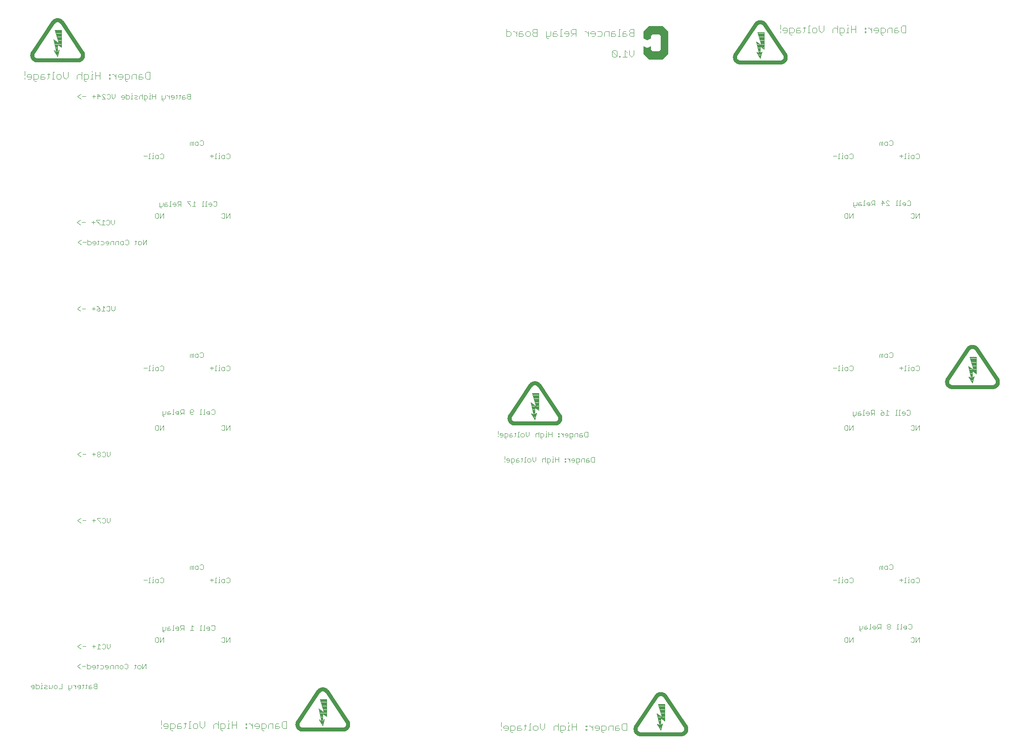
<source format=gbo>
G75*
G70*
%OFA0B0*%
%FSLAX24Y24*%
%IPPOS*%
%LPD*%
%AMOC8*
5,1,8,0,0,1.08239X$1,22.5*
%
%ADD10C,0.0030*%
%ADD11C,0.0040*%
%ADD12C,0.0295*%
%ADD13C,0.0039*%
%ADD14C,0.0004*%
D10*
X007214Y005143D02*
X007276Y005081D01*
X007337Y005081D01*
X007214Y005143D02*
X007214Y005451D01*
X007214Y005204D02*
X007399Y005204D01*
X007461Y005266D01*
X007461Y005451D01*
X007582Y005451D02*
X007644Y005451D01*
X007768Y005328D01*
X007889Y005328D02*
X008136Y005328D01*
X008136Y005389D02*
X008074Y005451D01*
X007951Y005451D01*
X007889Y005389D01*
X007889Y005328D01*
X007951Y005204D02*
X008074Y005204D01*
X008136Y005266D01*
X008136Y005389D01*
X008258Y005451D02*
X008381Y005451D01*
X008320Y005513D02*
X008320Y005266D01*
X008258Y005204D01*
X008504Y005204D02*
X008565Y005266D01*
X008565Y005513D01*
X008504Y005451D02*
X008627Y005451D01*
X008748Y005389D02*
X008748Y005204D01*
X008934Y005204D01*
X008995Y005266D01*
X008934Y005328D01*
X008748Y005328D01*
X008748Y005389D02*
X008810Y005451D01*
X008934Y005451D01*
X009117Y005451D02*
X009178Y005389D01*
X009364Y005389D01*
X009364Y005204D02*
X009178Y005204D01*
X009117Y005266D01*
X009117Y005328D01*
X009178Y005389D01*
X009117Y005451D02*
X009117Y005513D01*
X009178Y005575D01*
X009364Y005575D01*
X009364Y005204D01*
X009361Y006707D02*
X009423Y006769D01*
X009423Y007016D01*
X009484Y006954D02*
X009361Y006954D01*
X009239Y006893D02*
X009177Y006954D01*
X009054Y006954D01*
X008992Y006893D01*
X008992Y006831D01*
X009239Y006831D01*
X009239Y006769D02*
X009239Y006893D01*
X009239Y006769D02*
X009177Y006707D01*
X009054Y006707D01*
X008871Y006769D02*
X008871Y006893D01*
X008809Y006954D01*
X008624Y006954D01*
X008624Y007078D02*
X008624Y006707D01*
X008809Y006707D01*
X008871Y006769D01*
X008502Y006893D02*
X008255Y006893D01*
X008134Y007078D02*
X007887Y006893D01*
X008134Y006707D01*
X009606Y006707D02*
X009791Y006707D01*
X009853Y006769D01*
X009853Y006893D01*
X009791Y006954D01*
X009606Y006954D01*
X009974Y006893D02*
X009974Y006831D01*
X010221Y006831D01*
X010221Y006769D02*
X010221Y006893D01*
X010159Y006954D01*
X010036Y006954D01*
X009974Y006893D01*
X010036Y006707D02*
X010159Y006707D01*
X010221Y006769D01*
X010342Y006707D02*
X010342Y006893D01*
X010404Y006954D01*
X010589Y006954D01*
X010589Y006707D01*
X010711Y006707D02*
X010711Y006893D01*
X010772Y006954D01*
X010958Y006954D01*
X010958Y006707D01*
X011079Y006769D02*
X011079Y006893D01*
X011141Y006954D01*
X011264Y006954D01*
X011326Y006893D01*
X011326Y006769D01*
X011264Y006707D01*
X011141Y006707D01*
X011079Y006769D01*
X011447Y006769D02*
X011509Y006707D01*
X011633Y006707D01*
X011694Y006769D01*
X011694Y007016D01*
X011633Y007078D01*
X011509Y007078D01*
X011447Y007016D01*
X012185Y006954D02*
X012308Y006954D01*
X012246Y007016D02*
X012246Y006769D01*
X012185Y006707D01*
X012430Y006769D02*
X012430Y006893D01*
X012491Y006954D01*
X012615Y006954D01*
X012676Y006893D01*
X012676Y006769D01*
X012615Y006707D01*
X012491Y006707D01*
X012430Y006769D01*
X012798Y006707D02*
X012798Y007078D01*
X013045Y007078D02*
X012798Y006707D01*
X013045Y006707D02*
X013045Y007078D01*
X013818Y008704D02*
X013756Y008766D01*
X013756Y009013D01*
X013818Y009075D01*
X013941Y009075D01*
X014003Y009013D01*
X014003Y008766D01*
X013941Y008704D01*
X013818Y008704D01*
X014125Y008704D02*
X014125Y009075D01*
X014371Y009075D02*
X014125Y008704D01*
X014371Y008704D02*
X014371Y009075D01*
X014369Y009490D02*
X014431Y009490D01*
X014369Y009490D02*
X014308Y009552D01*
X014308Y009861D01*
X014555Y009861D02*
X014555Y009675D01*
X014493Y009614D01*
X014308Y009614D01*
X014676Y009614D02*
X014676Y009799D01*
X014738Y009861D01*
X014861Y009861D01*
X014861Y009737D02*
X014676Y009737D01*
X014676Y009614D02*
X014861Y009614D01*
X014923Y009675D01*
X014861Y009737D01*
X015045Y009614D02*
X015168Y009614D01*
X015107Y009614D02*
X015107Y009984D01*
X015168Y009984D01*
X015352Y009861D02*
X015290Y009799D01*
X015290Y009737D01*
X015537Y009737D01*
X015537Y009675D02*
X015537Y009799D01*
X015475Y009861D01*
X015352Y009861D01*
X015352Y009614D02*
X015475Y009614D01*
X015537Y009675D01*
X015658Y009614D02*
X015782Y009737D01*
X015720Y009737D02*
X015905Y009737D01*
X015905Y009614D02*
X015905Y009984D01*
X015720Y009984D01*
X015658Y009922D01*
X015658Y009799D01*
X015720Y009737D01*
X016395Y009614D02*
X016642Y009614D01*
X016518Y009614D02*
X016518Y009984D01*
X016642Y009861D01*
X017132Y009614D02*
X017255Y009614D01*
X017194Y009614D02*
X017194Y009984D01*
X017255Y009984D01*
X017439Y009984D02*
X017439Y009614D01*
X017378Y009614D02*
X017501Y009614D01*
X017622Y009737D02*
X017869Y009737D01*
X017869Y009675D02*
X017869Y009799D01*
X017808Y009861D01*
X017684Y009861D01*
X017622Y009799D01*
X017622Y009737D01*
X017684Y009614D02*
X017808Y009614D01*
X017869Y009675D01*
X017991Y009675D02*
X018052Y009614D01*
X018176Y009614D01*
X018238Y009675D01*
X018238Y009922D01*
X018176Y009984D01*
X018052Y009984D01*
X017991Y009922D01*
X017501Y009984D02*
X017439Y009984D01*
X018756Y009013D02*
X018818Y009075D01*
X018941Y009075D01*
X019003Y009013D01*
X019003Y008766D01*
X018941Y008704D01*
X018818Y008704D01*
X018756Y008766D01*
X019125Y008704D02*
X019125Y009075D01*
X019371Y009075D02*
X019125Y008704D01*
X019371Y008704D02*
X019371Y009075D01*
X019310Y013204D02*
X019186Y013204D01*
X019125Y013266D01*
X019003Y013266D02*
X018941Y013204D01*
X018818Y013204D01*
X018756Y013266D01*
X018756Y013389D01*
X018818Y013451D01*
X018941Y013451D01*
X019003Y013389D01*
X019003Y013266D01*
X019125Y013513D02*
X019186Y013575D01*
X019310Y013575D01*
X019371Y013513D01*
X019371Y013266D01*
X019310Y013204D01*
X018635Y013204D02*
X018511Y013204D01*
X018573Y013204D02*
X018573Y013451D01*
X018635Y013451D01*
X018573Y013575D02*
X018573Y013636D01*
X018389Y013575D02*
X018328Y013575D01*
X018328Y013204D01*
X018389Y013204D02*
X018266Y013204D01*
X018144Y013389D02*
X017897Y013389D01*
X018020Y013266D02*
X018020Y013513D01*
X017310Y014204D02*
X017186Y014204D01*
X017125Y014266D01*
X017003Y014266D02*
X016941Y014204D01*
X016818Y014204D01*
X016756Y014266D01*
X016756Y014389D01*
X016818Y014451D01*
X016941Y014451D01*
X017003Y014389D01*
X017003Y014266D01*
X017125Y014513D02*
X017186Y014575D01*
X017310Y014575D01*
X017371Y014513D01*
X017371Y014266D01*
X017310Y014204D01*
X016635Y014204D02*
X016635Y014451D01*
X016573Y014451D01*
X016511Y014389D01*
X016450Y014451D01*
X016388Y014389D01*
X016388Y014204D01*
X016511Y014204D02*
X016511Y014389D01*
X014371Y013513D02*
X014371Y013266D01*
X014310Y013204D01*
X014186Y013204D01*
X014125Y013266D01*
X014003Y013266D02*
X013941Y013204D01*
X013818Y013204D01*
X013756Y013266D01*
X013756Y013389D01*
X013818Y013451D01*
X013941Y013451D01*
X014003Y013389D01*
X014003Y013266D01*
X014125Y013513D02*
X014186Y013575D01*
X014310Y013575D01*
X014371Y013513D01*
X013635Y013451D02*
X013573Y013451D01*
X013573Y013204D01*
X013635Y013204D02*
X013511Y013204D01*
X013389Y013204D02*
X013266Y013204D01*
X013328Y013204D02*
X013328Y013575D01*
X013389Y013575D01*
X013573Y013575D02*
X013573Y013636D01*
X013144Y013389D02*
X012897Y013389D01*
X010236Y017704D02*
X010113Y017828D01*
X010113Y018075D01*
X009991Y018013D02*
X009991Y017766D01*
X009930Y017704D01*
X009806Y017704D01*
X009744Y017766D01*
X009623Y017766D02*
X009376Y018013D01*
X009376Y018075D01*
X009623Y018075D01*
X009744Y018013D02*
X009806Y018075D01*
X009930Y018075D01*
X009991Y018013D01*
X010360Y018075D02*
X010360Y017828D01*
X010236Y017704D01*
X009623Y017704D02*
X009623Y017766D01*
X009255Y017889D02*
X009008Y017889D01*
X009131Y017766D02*
X009131Y018013D01*
X008518Y017889D02*
X008271Y017889D01*
X008150Y017704D02*
X007903Y017889D01*
X008150Y018075D01*
X008150Y022704D02*
X007903Y022889D01*
X008150Y023075D01*
X008271Y022889D02*
X008518Y022889D01*
X009008Y022889D02*
X009255Y022889D01*
X009376Y022828D02*
X009376Y022766D01*
X009438Y022704D01*
X009561Y022704D01*
X009623Y022766D01*
X009623Y022828D01*
X009561Y022889D01*
X009438Y022889D01*
X009376Y022828D01*
X009438Y022889D02*
X009376Y022951D01*
X009376Y023013D01*
X009438Y023075D01*
X009561Y023075D01*
X009623Y023013D01*
X009623Y022951D01*
X009561Y022889D01*
X009744Y022766D02*
X009806Y022704D01*
X009930Y022704D01*
X009991Y022766D01*
X009991Y023013D01*
X009930Y023075D01*
X009806Y023075D01*
X009744Y023013D01*
X010113Y023075D02*
X010113Y022828D01*
X010236Y022704D01*
X010360Y022828D01*
X010360Y023075D01*
X009131Y023013D02*
X009131Y022766D01*
X013756Y024766D02*
X013756Y025013D01*
X013818Y025075D01*
X013941Y025075D01*
X014003Y025013D01*
X014003Y024766D01*
X013941Y024704D01*
X013818Y024704D01*
X013756Y024766D01*
X014125Y024704D02*
X014125Y025075D01*
X014371Y025075D02*
X014125Y024704D01*
X014371Y024704D02*
X014371Y025075D01*
X014369Y025766D02*
X014431Y025766D01*
X014369Y025766D02*
X014308Y025828D01*
X014308Y026136D01*
X014555Y026136D02*
X014555Y025951D01*
X014493Y025889D01*
X014308Y025889D01*
X014676Y025889D02*
X014861Y025889D01*
X014923Y025951D01*
X014861Y026013D01*
X014676Y026013D01*
X014676Y026074D02*
X014676Y025889D01*
X014676Y026074D02*
X014738Y026136D01*
X014861Y026136D01*
X015107Y026260D02*
X015107Y025889D01*
X015168Y025889D02*
X015045Y025889D01*
X015290Y026013D02*
X015537Y026013D01*
X015537Y026074D02*
X015475Y026136D01*
X015352Y026136D01*
X015290Y026074D01*
X015290Y026013D01*
X015352Y025889D02*
X015475Y025889D01*
X015537Y025951D01*
X015537Y026074D01*
X015658Y026074D02*
X015720Y026013D01*
X015905Y026013D01*
X015782Y026013D02*
X015658Y025889D01*
X015658Y026074D02*
X015658Y026198D01*
X015720Y026260D01*
X015905Y026260D01*
X015905Y025889D01*
X016395Y025951D02*
X016395Y026198D01*
X016456Y026260D01*
X016580Y026260D01*
X016642Y026198D01*
X016642Y026136D01*
X016580Y026074D01*
X016395Y026074D01*
X016395Y025951D02*
X016456Y025889D01*
X016580Y025889D01*
X016642Y025951D01*
X017132Y025889D02*
X017255Y025889D01*
X017194Y025889D02*
X017194Y026260D01*
X017255Y026260D01*
X017439Y026260D02*
X017439Y025889D01*
X017378Y025889D02*
X017501Y025889D01*
X017622Y026013D02*
X017869Y026013D01*
X017869Y026074D02*
X017808Y026136D01*
X017684Y026136D01*
X017622Y026074D01*
X017622Y026013D01*
X017684Y025889D02*
X017808Y025889D01*
X017869Y025951D01*
X017869Y026074D01*
X017991Y025951D02*
X018052Y025889D01*
X018176Y025889D01*
X018238Y025951D01*
X018238Y026198D01*
X018176Y026260D01*
X018052Y026260D01*
X017991Y026198D01*
X017501Y026260D02*
X017439Y026260D01*
X018756Y025013D02*
X018818Y025075D01*
X018941Y025075D01*
X019003Y025013D01*
X019003Y024766D01*
X018941Y024704D01*
X018818Y024704D01*
X018756Y024766D01*
X019125Y024704D02*
X019125Y025075D01*
X019371Y025075D02*
X019125Y024704D01*
X019371Y024704D02*
X019371Y025075D01*
X015168Y026260D02*
X015107Y026260D01*
X014310Y029204D02*
X014186Y029204D01*
X014125Y029266D01*
X014003Y029266D02*
X013941Y029204D01*
X013818Y029204D01*
X013756Y029266D01*
X013756Y029389D01*
X013818Y029451D01*
X013941Y029451D01*
X014003Y029389D01*
X014003Y029266D01*
X014125Y029513D02*
X014186Y029575D01*
X014310Y029575D01*
X014371Y029513D01*
X014371Y029266D01*
X014310Y029204D01*
X013635Y029204D02*
X013511Y029204D01*
X013573Y029204D02*
X013573Y029451D01*
X013635Y029451D01*
X013573Y029575D02*
X013573Y029636D01*
X013389Y029575D02*
X013328Y029575D01*
X013328Y029204D01*
X013389Y029204D02*
X013266Y029204D01*
X013144Y029389D02*
X012897Y029389D01*
X016388Y030204D02*
X016388Y030389D01*
X016450Y030451D01*
X016511Y030389D01*
X016511Y030204D01*
X016635Y030204D02*
X016635Y030451D01*
X016573Y030451D01*
X016511Y030389D01*
X016756Y030389D02*
X016818Y030451D01*
X016941Y030451D01*
X017003Y030389D01*
X017003Y030266D01*
X016941Y030204D01*
X016818Y030204D01*
X016756Y030266D01*
X016756Y030389D01*
X017125Y030266D02*
X017186Y030204D01*
X017310Y030204D01*
X017371Y030266D01*
X017371Y030513D01*
X017310Y030575D01*
X017186Y030575D01*
X017125Y030513D01*
X018020Y029513D02*
X018020Y029266D01*
X017897Y029389D02*
X018144Y029389D01*
X018266Y029204D02*
X018389Y029204D01*
X018328Y029204D02*
X018328Y029575D01*
X018389Y029575D01*
X018573Y029575D02*
X018573Y029636D01*
X018573Y029451D02*
X018573Y029204D01*
X018635Y029204D02*
X018511Y029204D01*
X018756Y029266D02*
X018756Y029389D01*
X018818Y029451D01*
X018941Y029451D01*
X019003Y029389D01*
X019003Y029266D01*
X018941Y029204D01*
X018818Y029204D01*
X018756Y029266D01*
X018635Y029451D02*
X018573Y029451D01*
X019125Y029513D02*
X019186Y029575D01*
X019310Y029575D01*
X019371Y029513D01*
X019371Y029266D01*
X019310Y029204D01*
X019186Y029204D01*
X019125Y029266D01*
X010705Y033813D02*
X010581Y033689D01*
X010458Y033813D01*
X010458Y034060D01*
X010336Y033998D02*
X010336Y033751D01*
X010275Y033689D01*
X010151Y033689D01*
X010089Y033751D01*
X009968Y033689D02*
X009721Y033689D01*
X009844Y033689D02*
X009844Y034060D01*
X009968Y033936D01*
X010089Y033998D02*
X010151Y034060D01*
X010275Y034060D01*
X010336Y033998D01*
X010705Y034060D02*
X010705Y033813D01*
X009600Y033874D02*
X009600Y033751D01*
X009538Y033689D01*
X009414Y033689D01*
X009353Y033751D01*
X009353Y033813D01*
X009414Y033874D01*
X009600Y033874D01*
X009476Y033998D01*
X009353Y034060D01*
X009231Y033874D02*
X008984Y033874D01*
X009108Y033751D02*
X009108Y033998D01*
X008495Y033874D02*
X008248Y033874D01*
X008126Y033689D02*
X007880Y033874D01*
X008126Y034060D01*
X008177Y038704D02*
X007930Y038889D01*
X008177Y039075D01*
X008299Y038889D02*
X008546Y038889D01*
X008667Y038951D02*
X008852Y038951D01*
X008914Y038889D01*
X008914Y038766D01*
X008852Y038704D01*
X008667Y038704D01*
X008667Y039075D01*
X009035Y038889D02*
X009035Y038828D01*
X009282Y038828D01*
X009282Y038889D02*
X009221Y038951D01*
X009097Y038951D01*
X009035Y038889D01*
X009097Y038704D02*
X009221Y038704D01*
X009282Y038766D01*
X009282Y038889D01*
X009404Y038951D02*
X009528Y038951D01*
X009466Y039013D02*
X009466Y038766D01*
X009404Y038704D01*
X009649Y038704D02*
X009834Y038704D01*
X009896Y038766D01*
X009896Y038889D01*
X009834Y038951D01*
X009649Y038951D01*
X010017Y038889D02*
X010017Y038828D01*
X010264Y038828D01*
X010264Y038889D02*
X010203Y038951D01*
X010079Y038951D01*
X010017Y038889D01*
X010079Y038704D02*
X010203Y038704D01*
X010264Y038766D01*
X010264Y038889D01*
X010386Y038889D02*
X010386Y038704D01*
X010386Y038889D02*
X010447Y038951D01*
X010633Y038951D01*
X010633Y038704D01*
X010754Y038704D02*
X010754Y038889D01*
X010816Y038951D01*
X011001Y038951D01*
X011001Y038704D01*
X011122Y038766D02*
X011122Y038889D01*
X011184Y038951D01*
X011308Y038951D01*
X011369Y038889D01*
X011369Y038766D01*
X011308Y038704D01*
X011184Y038704D01*
X011122Y038766D01*
X011491Y038766D02*
X011552Y038704D01*
X011676Y038704D01*
X011738Y038766D01*
X011738Y039013D01*
X011676Y039075D01*
X011552Y039075D01*
X011491Y039013D01*
X012228Y038951D02*
X012351Y038951D01*
X012290Y039013D02*
X012290Y038766D01*
X012228Y038704D01*
X012473Y038766D02*
X012473Y038889D01*
X012535Y038951D01*
X012658Y038951D01*
X012720Y038889D01*
X012720Y038766D01*
X012658Y038704D01*
X012535Y038704D01*
X012473Y038766D01*
X012841Y038704D02*
X012841Y039075D01*
X013088Y039075D02*
X012841Y038704D01*
X013088Y038704D02*
X013088Y039075D01*
X013818Y040704D02*
X013756Y040766D01*
X013756Y041013D01*
X013818Y041075D01*
X013941Y041075D01*
X014003Y041013D01*
X014003Y040766D01*
X013941Y040704D01*
X013818Y040704D01*
X014125Y040704D02*
X014125Y041075D01*
X014371Y041075D02*
X014125Y040704D01*
X014371Y040704D02*
X014371Y041075D01*
X014220Y041490D02*
X014159Y041490D01*
X014097Y041552D01*
X014097Y041861D01*
X014344Y041861D02*
X014344Y041675D01*
X014282Y041614D01*
X014097Y041614D01*
X014465Y041614D02*
X014650Y041614D01*
X014712Y041675D01*
X014650Y041737D01*
X014465Y041737D01*
X014465Y041799D02*
X014465Y041614D01*
X014465Y041799D02*
X014527Y041861D01*
X014650Y041861D01*
X014896Y041984D02*
X014896Y041614D01*
X014958Y041614D02*
X014834Y041614D01*
X015079Y041737D02*
X015326Y041737D01*
X015326Y041675D02*
X015326Y041799D01*
X015264Y041861D01*
X015141Y041861D01*
X015079Y041799D01*
X015079Y041737D01*
X015141Y041614D02*
X015264Y041614D01*
X015326Y041675D01*
X015447Y041614D02*
X015571Y041737D01*
X015509Y041737D02*
X015694Y041737D01*
X015694Y041614D02*
X015694Y041984D01*
X015509Y041984D01*
X015447Y041922D01*
X015447Y041799D01*
X015509Y041737D01*
X014958Y041984D02*
X014896Y041984D01*
X016184Y041984D02*
X016184Y041922D01*
X016431Y041675D01*
X016431Y041614D01*
X016552Y041614D02*
X016799Y041614D01*
X016676Y041614D02*
X016676Y041984D01*
X016799Y041861D01*
X016431Y041984D02*
X016184Y041984D01*
X017290Y041614D02*
X017413Y041614D01*
X017351Y041614D02*
X017351Y041984D01*
X017413Y041984D01*
X017597Y041984D02*
X017597Y041614D01*
X017658Y041614D02*
X017535Y041614D01*
X017780Y041737D02*
X018027Y041737D01*
X018027Y041675D02*
X018027Y041799D01*
X017965Y041861D01*
X017842Y041861D01*
X017780Y041799D01*
X017780Y041737D01*
X017842Y041614D02*
X017965Y041614D01*
X018027Y041675D01*
X018148Y041675D02*
X018210Y041614D01*
X018333Y041614D01*
X018395Y041675D01*
X018395Y041922D01*
X018333Y041984D01*
X018210Y041984D01*
X018148Y041922D01*
X017658Y041984D02*
X017597Y041984D01*
X018756Y041013D02*
X018818Y041075D01*
X018941Y041075D01*
X019003Y041013D01*
X019003Y040766D01*
X018941Y040704D01*
X018818Y040704D01*
X018756Y040766D01*
X019125Y040704D02*
X019125Y041075D01*
X019371Y041075D02*
X019125Y040704D01*
X019371Y040704D02*
X019371Y041075D01*
X019310Y045204D02*
X019186Y045204D01*
X019125Y045266D01*
X019003Y045266D02*
X018941Y045204D01*
X018818Y045204D01*
X018756Y045266D01*
X018756Y045389D01*
X018818Y045451D01*
X018941Y045451D01*
X019003Y045389D01*
X019003Y045266D01*
X019125Y045513D02*
X019186Y045575D01*
X019310Y045575D01*
X019371Y045513D01*
X019371Y045266D01*
X019310Y045204D01*
X018635Y045204D02*
X018511Y045204D01*
X018573Y045204D02*
X018573Y045451D01*
X018635Y045451D01*
X018573Y045575D02*
X018573Y045636D01*
X018389Y045575D02*
X018328Y045575D01*
X018328Y045204D01*
X018389Y045204D02*
X018266Y045204D01*
X018144Y045389D02*
X017897Y045389D01*
X018020Y045266D02*
X018020Y045513D01*
X017310Y046204D02*
X017186Y046204D01*
X017125Y046266D01*
X017003Y046266D02*
X016941Y046204D01*
X016818Y046204D01*
X016756Y046266D01*
X016756Y046389D01*
X016818Y046451D01*
X016941Y046451D01*
X017003Y046389D01*
X017003Y046266D01*
X017125Y046513D02*
X017186Y046575D01*
X017310Y046575D01*
X017371Y046513D01*
X017371Y046266D01*
X017310Y046204D01*
X016635Y046204D02*
X016635Y046451D01*
X016573Y046451D01*
X016511Y046389D01*
X016450Y046451D01*
X016388Y046389D01*
X016388Y046204D01*
X016511Y046204D02*
X016511Y046389D01*
X014371Y045513D02*
X014371Y045266D01*
X014310Y045204D01*
X014186Y045204D01*
X014125Y045266D01*
X014003Y045266D02*
X013941Y045204D01*
X013818Y045204D01*
X013756Y045266D01*
X013756Y045389D01*
X013818Y045451D01*
X013941Y045451D01*
X014003Y045389D01*
X014003Y045266D01*
X014125Y045513D02*
X014186Y045575D01*
X014310Y045575D01*
X014371Y045513D01*
X013635Y045451D02*
X013573Y045451D01*
X013573Y045204D01*
X013635Y045204D02*
X013511Y045204D01*
X013389Y045204D02*
X013266Y045204D01*
X013328Y045204D02*
X013328Y045575D01*
X013389Y045575D01*
X013573Y045575D02*
X013573Y045636D01*
X013144Y045389D02*
X012897Y045389D01*
X012976Y049581D02*
X012915Y049643D01*
X012915Y049951D01*
X013100Y049951D01*
X013161Y049889D01*
X013161Y049766D01*
X013100Y049704D01*
X012915Y049704D01*
X012793Y049704D02*
X012793Y050075D01*
X012731Y049951D02*
X012608Y049951D01*
X012546Y049889D01*
X012546Y049704D01*
X012425Y049704D02*
X012240Y049704D01*
X012178Y049766D01*
X012240Y049828D01*
X012363Y049828D01*
X012425Y049889D01*
X012363Y049951D01*
X012178Y049951D01*
X012057Y049951D02*
X011995Y049951D01*
X011995Y049704D01*
X012057Y049704D02*
X011933Y049704D01*
X011811Y049766D02*
X011811Y049889D01*
X011749Y049951D01*
X011564Y049951D01*
X011564Y050075D02*
X011564Y049704D01*
X011749Y049704D01*
X011811Y049766D01*
X011995Y050075D02*
X011995Y050136D01*
X011443Y049889D02*
X011381Y049951D01*
X011258Y049951D01*
X011196Y049889D01*
X011196Y049828D01*
X011443Y049828D01*
X011443Y049889D02*
X011443Y049766D01*
X011381Y049704D01*
X011258Y049704D01*
X010726Y049828D02*
X010602Y049704D01*
X010479Y049828D01*
X010479Y050075D01*
X010357Y050013D02*
X010357Y049766D01*
X010296Y049704D01*
X010172Y049704D01*
X010111Y049766D01*
X009989Y049704D02*
X009742Y049951D01*
X009742Y050013D01*
X009804Y050075D01*
X009927Y050075D01*
X009989Y050013D01*
X010111Y050013D02*
X010172Y050075D01*
X010296Y050075D01*
X010357Y050013D01*
X010726Y050075D02*
X010726Y049828D01*
X009989Y049704D02*
X009742Y049704D01*
X009621Y049889D02*
X009436Y050075D01*
X009436Y049704D01*
X009374Y049889D02*
X009621Y049889D01*
X009253Y049889D02*
X009006Y049889D01*
X009129Y049766D02*
X009129Y050013D01*
X008516Y049889D02*
X008269Y049889D01*
X008148Y049704D02*
X007901Y049889D01*
X008148Y050075D01*
X012731Y049951D02*
X012793Y049889D01*
X012976Y049581D02*
X013038Y049581D01*
X013284Y049704D02*
X013407Y049704D01*
X013345Y049704D02*
X013345Y049951D01*
X013407Y049951D01*
X013528Y049889D02*
X013775Y049889D01*
X013775Y049704D02*
X013775Y050075D01*
X013528Y050075D02*
X013528Y049704D01*
X013345Y050075D02*
X013345Y050136D01*
X014265Y049951D02*
X014265Y049643D01*
X014327Y049581D01*
X014389Y049581D01*
X014450Y049704D02*
X014265Y049704D01*
X014450Y049704D02*
X014512Y049766D01*
X014512Y049951D01*
X014634Y049951D02*
X014695Y049951D01*
X014819Y049828D01*
X014940Y049828D02*
X015187Y049828D01*
X015187Y049889D02*
X015125Y049951D01*
X015002Y049951D01*
X014940Y049889D01*
X014940Y049828D01*
X015002Y049704D02*
X015125Y049704D01*
X015187Y049766D01*
X015187Y049889D01*
X015309Y049951D02*
X015433Y049951D01*
X015371Y050013D02*
X015371Y049766D01*
X015309Y049704D01*
X015555Y049704D02*
X015616Y049766D01*
X015616Y050013D01*
X015555Y049951D02*
X015678Y049951D01*
X015800Y049889D02*
X015861Y049951D01*
X015985Y049951D01*
X015985Y049828D02*
X015800Y049828D01*
X015800Y049889D02*
X015800Y049704D01*
X015985Y049704D01*
X016046Y049766D01*
X015985Y049828D01*
X016168Y049828D02*
X016168Y049766D01*
X016230Y049704D01*
X016415Y049704D01*
X016415Y050075D01*
X016230Y050075D01*
X016168Y050013D01*
X016168Y049951D01*
X016230Y049889D01*
X016415Y049889D01*
X016230Y049889D02*
X016168Y049828D01*
X014819Y049704D02*
X014819Y049951D01*
X010683Y040578D02*
X010683Y040331D01*
X010560Y040207D01*
X010436Y040331D01*
X010436Y040578D01*
X010315Y040516D02*
X010315Y040269D01*
X010253Y040207D01*
X010130Y040207D01*
X010068Y040269D01*
X009947Y040207D02*
X009700Y040207D01*
X009578Y040207D02*
X009578Y040269D01*
X009331Y040516D01*
X009331Y040578D01*
X009578Y040578D01*
X009823Y040578D02*
X009823Y040207D01*
X009947Y040454D02*
X009823Y040578D01*
X010068Y040516D02*
X010130Y040578D01*
X010253Y040578D01*
X010315Y040516D01*
X009210Y040393D02*
X008963Y040393D01*
X009087Y040516D02*
X009087Y040269D01*
X008473Y040393D02*
X008227Y040393D01*
X008105Y040578D02*
X007858Y040393D01*
X008105Y040207D01*
X039619Y024636D02*
X039619Y024389D01*
X039741Y024389D02*
X039741Y024328D01*
X039988Y024328D01*
X039988Y024389D02*
X039926Y024451D01*
X039802Y024451D01*
X039741Y024389D01*
X039619Y024266D02*
X039619Y024204D01*
X039802Y024204D02*
X039926Y024204D01*
X039988Y024266D01*
X039988Y024389D01*
X040109Y024451D02*
X040294Y024451D01*
X040356Y024389D01*
X040356Y024266D01*
X040294Y024204D01*
X040109Y024204D01*
X040109Y024143D02*
X040109Y024451D01*
X040109Y024143D02*
X040171Y024081D01*
X040232Y024081D01*
X040477Y024204D02*
X040663Y024204D01*
X040724Y024266D01*
X040663Y024328D01*
X040477Y024328D01*
X040477Y024389D02*
X040477Y024204D01*
X040477Y024389D02*
X040539Y024451D01*
X040663Y024451D01*
X040846Y024451D02*
X040970Y024451D01*
X040908Y024513D02*
X040908Y024266D01*
X040846Y024204D01*
X041092Y024204D02*
X041215Y024204D01*
X041154Y024204D02*
X041154Y024575D01*
X041215Y024575D01*
X041398Y024451D02*
X041522Y024451D01*
X041584Y024389D01*
X041584Y024266D01*
X041522Y024204D01*
X041398Y024204D01*
X041337Y024266D01*
X041337Y024389D01*
X041398Y024451D01*
X041705Y024328D02*
X041705Y024575D01*
X041952Y024575D02*
X041952Y024328D01*
X041828Y024204D01*
X041705Y024328D01*
X042442Y024389D02*
X042442Y024204D01*
X042442Y024389D02*
X042503Y024451D01*
X042627Y024451D01*
X042688Y024389D01*
X042810Y024451D02*
X042995Y024451D01*
X043057Y024389D01*
X043057Y024266D01*
X042995Y024204D01*
X042810Y024204D01*
X042810Y024143D02*
X042810Y024451D01*
X042688Y024575D02*
X042688Y024204D01*
X042810Y024143D02*
X042872Y024081D01*
X042933Y024081D01*
X043179Y024204D02*
X043302Y024204D01*
X043241Y024204D02*
X043241Y024451D01*
X043302Y024451D01*
X043424Y024389D02*
X043671Y024389D01*
X043671Y024204D02*
X043671Y024575D01*
X043424Y024575D02*
X043424Y024204D01*
X043241Y024575D02*
X043241Y024636D01*
X044161Y024451D02*
X044161Y024389D01*
X044223Y024389D01*
X044223Y024451D01*
X044161Y024451D01*
X044345Y024451D02*
X044406Y024451D01*
X044530Y024328D01*
X044651Y024328D02*
X044898Y024328D01*
X044898Y024389D02*
X044837Y024451D01*
X044713Y024451D01*
X044651Y024389D01*
X044651Y024328D01*
X044713Y024204D02*
X044837Y024204D01*
X044898Y024266D01*
X044898Y024389D01*
X045020Y024451D02*
X045205Y024451D01*
X045267Y024389D01*
X045267Y024266D01*
X045205Y024204D01*
X045020Y024204D01*
X045020Y024143D02*
X045020Y024451D01*
X045020Y024143D02*
X045081Y024081D01*
X045143Y024081D01*
X045388Y024204D02*
X045388Y024389D01*
X045450Y024451D01*
X045635Y024451D01*
X045635Y024204D01*
X045756Y024204D02*
X045941Y024204D01*
X046003Y024266D01*
X045941Y024328D01*
X045756Y024328D01*
X045756Y024389D02*
X045756Y024204D01*
X045756Y024389D02*
X045818Y024451D01*
X045941Y024451D01*
X046125Y024513D02*
X046186Y024575D01*
X046371Y024575D01*
X046371Y024204D01*
X046186Y024204D01*
X046125Y024266D01*
X046125Y024513D01*
X044530Y024451D02*
X044530Y024204D01*
X044223Y024204D02*
X044223Y024266D01*
X044161Y024266D01*
X044161Y024204D01*
X044223Y024204D01*
X044171Y022675D02*
X044171Y022304D01*
X044171Y022489D02*
X043924Y022489D01*
X043802Y022551D02*
X043741Y022551D01*
X043741Y022304D01*
X043802Y022304D02*
X043679Y022304D01*
X043557Y022366D02*
X043495Y022304D01*
X043310Y022304D01*
X043310Y022243D02*
X043310Y022551D01*
X043495Y022551D01*
X043557Y022489D01*
X043557Y022366D01*
X043433Y022181D02*
X043372Y022181D01*
X043310Y022243D01*
X043188Y022304D02*
X043188Y022675D01*
X043127Y022551D02*
X043003Y022551D01*
X042942Y022489D01*
X042942Y022304D01*
X043188Y022489D02*
X043127Y022551D01*
X043741Y022675D02*
X043741Y022736D01*
X043924Y022675D02*
X043924Y022304D01*
X044661Y022304D02*
X044723Y022304D01*
X044723Y022366D01*
X044661Y022366D01*
X044661Y022304D01*
X044661Y022489D02*
X044723Y022489D01*
X044723Y022551D01*
X044661Y022551D01*
X044661Y022489D01*
X044845Y022551D02*
X044906Y022551D01*
X045030Y022428D01*
X045151Y022428D02*
X045398Y022428D01*
X045398Y022489D02*
X045337Y022551D01*
X045213Y022551D01*
X045151Y022489D01*
X045151Y022428D01*
X045213Y022304D02*
X045337Y022304D01*
X045398Y022366D01*
X045398Y022489D01*
X045520Y022551D02*
X045705Y022551D01*
X045767Y022489D01*
X045767Y022366D01*
X045705Y022304D01*
X045520Y022304D01*
X045520Y022243D02*
X045520Y022551D01*
X045520Y022243D02*
X045581Y022181D01*
X045643Y022181D01*
X045888Y022304D02*
X045888Y022489D01*
X045950Y022551D01*
X046135Y022551D01*
X046135Y022304D01*
X046256Y022304D02*
X046441Y022304D01*
X046503Y022366D01*
X046441Y022428D01*
X046256Y022428D01*
X046256Y022489D02*
X046256Y022304D01*
X046256Y022489D02*
X046318Y022551D01*
X046441Y022551D01*
X046625Y022613D02*
X046686Y022675D01*
X046871Y022675D01*
X046871Y022304D01*
X046686Y022304D01*
X046625Y022366D01*
X046625Y022613D01*
X045030Y022551D02*
X045030Y022304D01*
X042452Y022428D02*
X042328Y022304D01*
X042205Y022428D01*
X042205Y022675D01*
X042022Y022551D02*
X042084Y022489D01*
X042084Y022366D01*
X042022Y022304D01*
X041898Y022304D01*
X041837Y022366D01*
X041837Y022489D01*
X041898Y022551D01*
X042022Y022551D01*
X041715Y022675D02*
X041654Y022675D01*
X041654Y022304D01*
X041715Y022304D02*
X041592Y022304D01*
X041408Y022366D02*
X041346Y022304D01*
X041408Y022366D02*
X041408Y022613D01*
X041470Y022551D02*
X041346Y022551D01*
X041163Y022551D02*
X041039Y022551D01*
X040977Y022489D01*
X040977Y022304D01*
X041163Y022304D01*
X041224Y022366D01*
X041163Y022428D01*
X040977Y022428D01*
X040856Y022489D02*
X040856Y022366D01*
X040794Y022304D01*
X040609Y022304D01*
X040609Y022243D02*
X040609Y022551D01*
X040794Y022551D01*
X040856Y022489D01*
X040732Y022181D02*
X040671Y022181D01*
X040609Y022243D01*
X040488Y022366D02*
X040488Y022489D01*
X040426Y022551D01*
X040302Y022551D01*
X040241Y022489D01*
X040241Y022428D01*
X040488Y022428D01*
X040488Y022366D02*
X040426Y022304D01*
X040302Y022304D01*
X040119Y022304D02*
X040119Y022366D01*
X040119Y022489D02*
X040119Y022736D01*
X042452Y022675D02*
X042452Y022428D01*
X064897Y029389D02*
X065144Y029389D01*
X065266Y029204D02*
X065389Y029204D01*
X065328Y029204D02*
X065328Y029575D01*
X065389Y029575D01*
X065573Y029575D02*
X065573Y029636D01*
X065573Y029451D02*
X065573Y029204D01*
X065635Y029204D02*
X065511Y029204D01*
X065756Y029266D02*
X065818Y029204D01*
X065941Y029204D01*
X066003Y029266D01*
X066003Y029389D01*
X065941Y029451D01*
X065818Y029451D01*
X065756Y029389D01*
X065756Y029266D01*
X065635Y029451D02*
X065573Y029451D01*
X066125Y029513D02*
X066186Y029575D01*
X066310Y029575D01*
X066371Y029513D01*
X066371Y029266D01*
X066310Y029204D01*
X066186Y029204D01*
X066125Y029266D01*
X068388Y030204D02*
X068388Y030389D01*
X068450Y030451D01*
X068511Y030389D01*
X068511Y030204D01*
X068635Y030204D02*
X068635Y030451D01*
X068573Y030451D01*
X068511Y030389D01*
X068756Y030389D02*
X068818Y030451D01*
X068941Y030451D01*
X069003Y030389D01*
X069003Y030266D01*
X068941Y030204D01*
X068818Y030204D01*
X068756Y030266D01*
X068756Y030389D01*
X069125Y030266D02*
X069186Y030204D01*
X069310Y030204D01*
X069371Y030266D01*
X069371Y030513D01*
X069310Y030575D01*
X069186Y030575D01*
X069125Y030513D01*
X070020Y029513D02*
X070020Y029266D01*
X069897Y029389D02*
X070144Y029389D01*
X070266Y029204D02*
X070389Y029204D01*
X070328Y029204D02*
X070328Y029575D01*
X070389Y029575D01*
X070573Y029575D02*
X070573Y029636D01*
X070573Y029451D02*
X070573Y029204D01*
X070635Y029204D02*
X070511Y029204D01*
X070756Y029266D02*
X070818Y029204D01*
X070941Y029204D01*
X071003Y029266D01*
X071003Y029389D01*
X070941Y029451D01*
X070818Y029451D01*
X070756Y029389D01*
X070756Y029266D01*
X070635Y029451D02*
X070573Y029451D01*
X071125Y029513D02*
X071186Y029575D01*
X071310Y029575D01*
X071371Y029513D01*
X071371Y029266D01*
X071310Y029204D01*
X071186Y029204D01*
X071125Y029266D01*
X070625Y026220D02*
X070686Y026159D01*
X070686Y025912D01*
X070625Y025850D01*
X070501Y025850D01*
X070440Y025912D01*
X070318Y025912D02*
X070318Y026035D01*
X070256Y026097D01*
X070133Y026097D01*
X070071Y026035D01*
X070071Y025973D01*
X070318Y025973D01*
X070318Y025912D02*
X070256Y025850D01*
X070133Y025850D01*
X069950Y025850D02*
X069826Y025850D01*
X069888Y025850D02*
X069888Y026220D01*
X069950Y026220D01*
X069704Y026220D02*
X069643Y026220D01*
X069643Y025850D01*
X069704Y025850D02*
X069581Y025850D01*
X069090Y025850D02*
X068844Y025850D01*
X068967Y025850D02*
X068967Y026220D01*
X069090Y026097D01*
X068722Y026035D02*
X068537Y026035D01*
X068475Y025973D01*
X068475Y025912D01*
X068537Y025850D01*
X068660Y025850D01*
X068722Y025912D01*
X068722Y026035D01*
X068599Y026159D01*
X068475Y026220D01*
X067986Y026220D02*
X067800Y026220D01*
X067739Y026159D01*
X067739Y026035D01*
X067800Y025973D01*
X067986Y025973D01*
X067986Y025850D02*
X067986Y026220D01*
X067862Y025973D02*
X067739Y025850D01*
X067617Y025912D02*
X067617Y026035D01*
X067556Y026097D01*
X067432Y026097D01*
X067370Y026035D01*
X067370Y025973D01*
X067617Y025973D01*
X067617Y025912D02*
X067556Y025850D01*
X067432Y025850D01*
X067249Y025850D02*
X067126Y025850D01*
X067187Y025850D02*
X067187Y026220D01*
X067249Y026220D01*
X066942Y026097D02*
X066818Y026097D01*
X066757Y026035D01*
X066757Y025850D01*
X066942Y025850D01*
X067003Y025912D01*
X066942Y025973D01*
X066757Y025973D01*
X066635Y025912D02*
X066573Y025850D01*
X066388Y025850D01*
X066388Y025788D02*
X066388Y026097D01*
X066635Y026097D02*
X066635Y025912D01*
X066512Y025727D02*
X066450Y025727D01*
X066388Y025788D01*
X066371Y025075D02*
X066125Y024704D01*
X066125Y025075D01*
X066003Y025013D02*
X066003Y024766D01*
X065941Y024704D01*
X065818Y024704D01*
X065756Y024766D01*
X065756Y025013D01*
X065818Y025075D01*
X065941Y025075D01*
X066003Y025013D01*
X066371Y025075D02*
X066371Y024704D01*
X070440Y026159D02*
X070501Y026220D01*
X070625Y026220D01*
X070818Y025075D02*
X070941Y025075D01*
X071003Y025013D01*
X071003Y024766D01*
X070941Y024704D01*
X070818Y024704D01*
X070756Y024766D01*
X070756Y025013D02*
X070818Y025075D01*
X071125Y025075D02*
X071125Y024704D01*
X071371Y025075D01*
X071371Y024704D01*
X069310Y014575D02*
X069186Y014575D01*
X069125Y014513D01*
X069003Y014389D02*
X069003Y014266D01*
X068941Y014204D01*
X068818Y014204D01*
X068756Y014266D01*
X068756Y014389D01*
X068818Y014451D01*
X068941Y014451D01*
X069003Y014389D01*
X069125Y014266D02*
X069186Y014204D01*
X069310Y014204D01*
X069371Y014266D01*
X069371Y014513D01*
X069310Y014575D01*
X068635Y014451D02*
X068635Y014204D01*
X068511Y014204D02*
X068511Y014389D01*
X068450Y014451D01*
X068388Y014389D01*
X068388Y014204D01*
X068511Y014389D02*
X068573Y014451D01*
X068635Y014451D01*
X069897Y013389D02*
X070144Y013389D01*
X070020Y013266D02*
X070020Y013513D01*
X070328Y013575D02*
X070328Y013204D01*
X070389Y013204D02*
X070266Y013204D01*
X070511Y013204D02*
X070635Y013204D01*
X070573Y013204D02*
X070573Y013451D01*
X070635Y013451D01*
X070756Y013389D02*
X070818Y013451D01*
X070941Y013451D01*
X071003Y013389D01*
X071003Y013266D01*
X070941Y013204D01*
X070818Y013204D01*
X070756Y013266D01*
X070756Y013389D01*
X070573Y013575D02*
X070573Y013636D01*
X070389Y013575D02*
X070328Y013575D01*
X071125Y013513D02*
X071186Y013575D01*
X071310Y013575D01*
X071371Y013513D01*
X071371Y013266D01*
X071310Y013204D01*
X071186Y013204D01*
X071125Y013266D01*
X070743Y010063D02*
X070805Y010001D01*
X070805Y009754D01*
X070743Y009692D01*
X070619Y009692D01*
X070558Y009754D01*
X070436Y009754D02*
X070436Y009878D01*
X070375Y009939D01*
X070251Y009939D01*
X070189Y009878D01*
X070189Y009816D01*
X070436Y009816D01*
X070436Y009754D02*
X070375Y009692D01*
X070251Y009692D01*
X070068Y009692D02*
X069944Y009692D01*
X070006Y009692D02*
X070006Y010063D01*
X070068Y010063D01*
X069822Y010063D02*
X069761Y010063D01*
X069761Y009692D01*
X069822Y009692D02*
X069699Y009692D01*
X069209Y009754D02*
X069209Y009816D01*
X069147Y009878D01*
X069023Y009878D01*
X068962Y009816D01*
X068962Y009754D01*
X069023Y009692D01*
X069147Y009692D01*
X069209Y009754D01*
X069147Y009878D02*
X069209Y009939D01*
X069209Y010001D01*
X069147Y010063D01*
X069023Y010063D01*
X068962Y010001D01*
X068962Y009939D01*
X069023Y009878D01*
X068472Y009816D02*
X068287Y009816D01*
X068225Y009878D01*
X068225Y010001D01*
X068287Y010063D01*
X068472Y010063D01*
X068472Y009692D01*
X068349Y009816D02*
X068225Y009692D01*
X068104Y009754D02*
X068104Y009878D01*
X068042Y009939D01*
X067919Y009939D01*
X067857Y009878D01*
X067857Y009816D01*
X068104Y009816D01*
X068104Y009754D02*
X068042Y009692D01*
X067919Y009692D01*
X067735Y009692D02*
X067612Y009692D01*
X067674Y009692D02*
X067674Y010063D01*
X067735Y010063D01*
X067428Y009939D02*
X067305Y009939D01*
X067243Y009878D01*
X067243Y009692D01*
X067428Y009692D01*
X067490Y009754D01*
X067428Y009816D01*
X067243Y009816D01*
X067122Y009754D02*
X067122Y009939D01*
X067122Y009754D02*
X067060Y009692D01*
X066875Y009692D01*
X066875Y009631D02*
X066936Y009569D01*
X066998Y009569D01*
X066875Y009631D02*
X066875Y009939D01*
X066371Y009075D02*
X066125Y008704D01*
X066125Y009075D01*
X066003Y009013D02*
X066003Y008766D01*
X065941Y008704D01*
X065818Y008704D01*
X065756Y008766D01*
X065756Y009013D01*
X065818Y009075D01*
X065941Y009075D01*
X066003Y009013D01*
X066371Y009075D02*
X066371Y008704D01*
X070558Y010001D02*
X070619Y010063D01*
X070743Y010063D01*
X070818Y009075D02*
X070941Y009075D01*
X071003Y009013D01*
X071003Y008766D01*
X070941Y008704D01*
X070818Y008704D01*
X070756Y008766D01*
X070756Y009013D02*
X070818Y009075D01*
X071125Y009075D02*
X071125Y008704D01*
X071371Y009075D01*
X071371Y008704D01*
X066371Y013266D02*
X066310Y013204D01*
X066186Y013204D01*
X066125Y013266D01*
X066003Y013266D02*
X065941Y013204D01*
X065818Y013204D01*
X065756Y013266D01*
X065756Y013389D01*
X065818Y013451D01*
X065941Y013451D01*
X066003Y013389D01*
X066003Y013266D01*
X066125Y013513D02*
X066186Y013575D01*
X066310Y013575D01*
X066371Y013513D01*
X066371Y013266D01*
X065635Y013204D02*
X065511Y013204D01*
X065573Y013204D02*
X065573Y013451D01*
X065635Y013451D01*
X065573Y013575D02*
X065573Y013636D01*
X065389Y013575D02*
X065328Y013575D01*
X065328Y013204D01*
X065389Y013204D02*
X065266Y013204D01*
X065144Y013389D02*
X064897Y013389D01*
X065818Y040704D02*
X065756Y040766D01*
X065756Y041013D01*
X065818Y041075D01*
X065941Y041075D01*
X066003Y041013D01*
X066003Y040766D01*
X065941Y040704D01*
X065818Y040704D01*
X066125Y040704D02*
X066125Y041075D01*
X066371Y041075D02*
X066125Y040704D01*
X066371Y040704D02*
X066371Y041075D01*
X066489Y041530D02*
X066551Y041530D01*
X066489Y041530D02*
X066428Y041591D01*
X066428Y041900D01*
X066674Y041900D02*
X066674Y041715D01*
X066613Y041653D01*
X066428Y041653D01*
X066796Y041653D02*
X066981Y041653D01*
X067043Y041715D01*
X066981Y041777D01*
X066796Y041777D01*
X066796Y041838D02*
X066796Y041653D01*
X066796Y041838D02*
X066858Y041900D01*
X066981Y041900D01*
X067227Y042023D02*
X067227Y041653D01*
X067288Y041653D02*
X067165Y041653D01*
X067410Y041777D02*
X067657Y041777D01*
X067657Y041838D02*
X067595Y041900D01*
X067471Y041900D01*
X067410Y041838D01*
X067410Y041777D01*
X067471Y041653D02*
X067595Y041653D01*
X067657Y041715D01*
X067657Y041838D01*
X067778Y041838D02*
X067778Y041962D01*
X067840Y042023D01*
X068025Y042023D01*
X068025Y041653D01*
X068025Y041777D02*
X067840Y041777D01*
X067778Y041838D01*
X067901Y041777D02*
X067778Y041653D01*
X067288Y042023D02*
X067227Y042023D01*
X068515Y041838D02*
X068762Y041838D01*
X068576Y042023D01*
X068576Y041653D01*
X068883Y041653D02*
X069130Y041653D01*
X068883Y041900D01*
X068883Y041962D01*
X068945Y042023D01*
X069068Y042023D01*
X069130Y041962D01*
X069682Y042023D02*
X069682Y041653D01*
X069744Y041653D02*
X069620Y041653D01*
X069866Y041653D02*
X069989Y041653D01*
X069927Y041653D02*
X069927Y042023D01*
X069989Y042023D01*
X070172Y041900D02*
X070111Y041838D01*
X070111Y041777D01*
X070357Y041777D01*
X070357Y041838D02*
X070296Y041900D01*
X070172Y041900D01*
X070357Y041838D02*
X070357Y041715D01*
X070296Y041653D01*
X070172Y041653D01*
X070479Y041715D02*
X070541Y041653D01*
X070664Y041653D01*
X070726Y041715D01*
X070726Y041962D01*
X070664Y042023D01*
X070541Y042023D01*
X070479Y041962D01*
X069744Y042023D02*
X069682Y042023D01*
X070756Y041013D02*
X070818Y041075D01*
X070941Y041075D01*
X071003Y041013D01*
X071003Y040766D01*
X070941Y040704D01*
X070818Y040704D01*
X070756Y040766D01*
X071125Y040704D02*
X071125Y041075D01*
X071371Y041075D02*
X071125Y040704D01*
X071371Y040704D02*
X071371Y041075D01*
X071310Y045204D02*
X071186Y045204D01*
X071125Y045266D01*
X071003Y045266D02*
X070941Y045204D01*
X070818Y045204D01*
X070756Y045266D01*
X070756Y045389D01*
X070818Y045451D01*
X070941Y045451D01*
X071003Y045389D01*
X071003Y045266D01*
X071125Y045513D02*
X071186Y045575D01*
X071310Y045575D01*
X071371Y045513D01*
X071371Y045266D01*
X071310Y045204D01*
X070635Y045204D02*
X070511Y045204D01*
X070573Y045204D02*
X070573Y045451D01*
X070635Y045451D01*
X070573Y045575D02*
X070573Y045636D01*
X070389Y045575D02*
X070328Y045575D01*
X070328Y045204D01*
X070389Y045204D02*
X070266Y045204D01*
X070144Y045389D02*
X069897Y045389D01*
X070020Y045266D02*
X070020Y045513D01*
X069310Y046204D02*
X069186Y046204D01*
X069125Y046266D01*
X069003Y046266D02*
X068941Y046204D01*
X068818Y046204D01*
X068756Y046266D01*
X068756Y046389D01*
X068818Y046451D01*
X068941Y046451D01*
X069003Y046389D01*
X069003Y046266D01*
X069125Y046513D02*
X069186Y046575D01*
X069310Y046575D01*
X069371Y046513D01*
X069371Y046266D01*
X069310Y046204D01*
X068635Y046204D02*
X068635Y046451D01*
X068573Y046451D01*
X068511Y046389D01*
X068450Y046451D01*
X068388Y046389D01*
X068388Y046204D01*
X068511Y046204D02*
X068511Y046389D01*
X066371Y045513D02*
X066371Y045266D01*
X066310Y045204D01*
X066186Y045204D01*
X066125Y045266D01*
X066003Y045266D02*
X066003Y045389D01*
X065941Y045451D01*
X065818Y045451D01*
X065756Y045389D01*
X065756Y045266D01*
X065818Y045204D01*
X065941Y045204D01*
X066003Y045266D01*
X066125Y045513D02*
X066186Y045575D01*
X066310Y045575D01*
X066371Y045513D01*
X065635Y045451D02*
X065573Y045451D01*
X065573Y045204D01*
X065635Y045204D02*
X065511Y045204D01*
X065389Y045204D02*
X065266Y045204D01*
X065328Y045204D02*
X065328Y045575D01*
X065389Y045575D01*
X065573Y045575D02*
X065573Y045636D01*
X065144Y045389D02*
X064897Y045389D01*
X010360Y008575D02*
X010360Y008328D01*
X010236Y008204D01*
X010113Y008328D01*
X010113Y008575D01*
X009991Y008513D02*
X009991Y008266D01*
X009930Y008204D01*
X009806Y008204D01*
X009744Y008266D01*
X009623Y008204D02*
X009376Y008204D01*
X009500Y008204D02*
X009500Y008575D01*
X009623Y008451D01*
X009744Y008513D02*
X009806Y008575D01*
X009930Y008575D01*
X009991Y008513D01*
X009255Y008389D02*
X009008Y008389D01*
X009131Y008266D02*
X009131Y008513D01*
X008518Y008389D02*
X008271Y008389D01*
X008150Y008204D02*
X007903Y008389D01*
X008150Y008575D01*
X007768Y005451D02*
X007768Y005204D01*
X006724Y005204D02*
X006477Y005204D01*
X006356Y005266D02*
X006294Y005204D01*
X006171Y005204D01*
X006109Y005266D01*
X006109Y005389D01*
X006171Y005451D01*
X006294Y005451D01*
X006356Y005389D01*
X006356Y005266D01*
X005988Y005266D02*
X005926Y005204D01*
X005864Y005266D01*
X005802Y005204D01*
X005741Y005266D01*
X005741Y005451D01*
X005619Y005389D02*
X005558Y005451D01*
X005372Y005451D01*
X005251Y005451D02*
X005189Y005451D01*
X005189Y005204D01*
X005251Y005204D02*
X005127Y005204D01*
X005005Y005266D02*
X005005Y005389D01*
X004944Y005451D01*
X004759Y005451D01*
X004759Y005575D02*
X004759Y005204D01*
X004944Y005204D01*
X005005Y005266D01*
X005189Y005575D02*
X005189Y005636D01*
X005434Y005328D02*
X005558Y005328D01*
X005619Y005389D01*
X005619Y005204D02*
X005434Y005204D01*
X005372Y005266D01*
X005434Y005328D01*
X005988Y005266D02*
X005988Y005451D01*
X006724Y005575D02*
X006724Y005204D01*
X004637Y005266D02*
X004637Y005389D01*
X004575Y005451D01*
X004452Y005451D01*
X004390Y005389D01*
X004390Y005328D01*
X004637Y005328D01*
X004637Y005266D02*
X004575Y005204D01*
X004452Y005204D01*
D11*
X014213Y002816D02*
X014213Y002469D01*
X014382Y002469D02*
X014382Y002383D01*
X014729Y002383D01*
X014729Y002469D02*
X014642Y002556D01*
X014469Y002556D01*
X014382Y002469D01*
X014213Y002296D02*
X014213Y002209D01*
X014469Y002209D02*
X014642Y002209D01*
X014729Y002296D01*
X014729Y002469D01*
X014898Y002556D02*
X015158Y002556D01*
X015245Y002469D01*
X015245Y002296D01*
X015158Y002209D01*
X014898Y002209D01*
X014898Y002123D02*
X014898Y002556D01*
X014898Y002123D02*
X014984Y002036D01*
X015071Y002036D01*
X015413Y002209D02*
X015413Y002469D01*
X015500Y002556D01*
X015673Y002556D01*
X015673Y002383D02*
X015413Y002383D01*
X015413Y002209D02*
X015673Y002209D01*
X015760Y002296D01*
X015673Y002383D01*
X015930Y002556D02*
X016104Y002556D01*
X016017Y002643D02*
X016017Y002296D01*
X015930Y002209D01*
X016274Y002209D02*
X016448Y002209D01*
X016361Y002209D02*
X016361Y002730D01*
X016448Y002730D01*
X016703Y002556D02*
X016877Y002556D01*
X016963Y002469D01*
X016963Y002296D01*
X016877Y002209D01*
X016703Y002209D01*
X016616Y002296D01*
X016616Y002469D01*
X016703Y002556D01*
X017132Y002383D02*
X017305Y002209D01*
X017479Y002383D01*
X017479Y002730D01*
X017132Y002730D02*
X017132Y002383D01*
X018163Y002469D02*
X018163Y002209D01*
X018163Y002469D02*
X018250Y002556D01*
X018423Y002556D01*
X018510Y002469D01*
X018679Y002556D02*
X018679Y002123D01*
X018766Y002036D01*
X018852Y002036D01*
X018939Y002209D02*
X018679Y002209D01*
X018510Y002209D02*
X018510Y002730D01*
X018679Y002556D02*
X018939Y002556D01*
X019026Y002469D01*
X019026Y002296D01*
X018939Y002209D01*
X019196Y002209D02*
X019370Y002209D01*
X019283Y002209D02*
X019283Y002556D01*
X019370Y002556D01*
X019538Y002469D02*
X019885Y002469D01*
X019885Y002209D02*
X019885Y002730D01*
X019538Y002730D02*
X019538Y002209D01*
X019283Y002730D02*
X019283Y002816D01*
X020572Y002556D02*
X020572Y002469D01*
X020659Y002469D01*
X020659Y002556D01*
X020572Y002556D01*
X020828Y002556D02*
X020915Y002556D01*
X021088Y002383D01*
X021257Y002383D02*
X021604Y002383D01*
X021604Y002469D02*
X021517Y002556D01*
X021344Y002556D01*
X021257Y002469D01*
X021257Y002383D01*
X021344Y002209D02*
X021517Y002209D01*
X021604Y002296D01*
X021604Y002469D01*
X021773Y002556D02*
X021773Y002123D01*
X021859Y002036D01*
X021946Y002036D01*
X022033Y002209D02*
X021773Y002209D01*
X022033Y002209D02*
X022120Y002296D01*
X022120Y002469D01*
X022033Y002556D01*
X021773Y002556D01*
X022288Y002469D02*
X022288Y002209D01*
X022288Y002469D02*
X022375Y002556D01*
X022635Y002556D01*
X022635Y002209D01*
X022804Y002209D02*
X023064Y002209D01*
X023151Y002296D01*
X023064Y002383D01*
X022804Y002383D01*
X022804Y002469D02*
X022804Y002209D01*
X022804Y002469D02*
X022891Y002556D01*
X023064Y002556D01*
X023320Y002643D02*
X023406Y002730D01*
X023666Y002730D01*
X023666Y002209D01*
X023406Y002209D01*
X023320Y002296D01*
X023320Y002643D01*
X021088Y002556D02*
X021088Y002209D01*
X020659Y002209D02*
X020659Y002296D01*
X020572Y002296D01*
X020572Y002209D01*
X020659Y002209D01*
X039863Y002146D02*
X039863Y002059D01*
X040032Y002233D02*
X040379Y002233D01*
X040379Y002319D02*
X040379Y002146D01*
X040292Y002059D01*
X040119Y002059D01*
X040032Y002233D02*
X040032Y002319D01*
X040119Y002406D01*
X040292Y002406D01*
X040379Y002319D01*
X040548Y002406D02*
X040808Y002406D01*
X040895Y002319D01*
X040895Y002146D01*
X040808Y002059D01*
X040548Y002059D01*
X040548Y001973D02*
X040548Y002406D01*
X040548Y001973D02*
X040634Y001886D01*
X040721Y001886D01*
X041063Y002059D02*
X041323Y002059D01*
X041410Y002146D01*
X041323Y002233D01*
X041063Y002233D01*
X041063Y002319D02*
X041063Y002059D01*
X041063Y002319D02*
X041150Y002406D01*
X041323Y002406D01*
X041580Y002406D02*
X041754Y002406D01*
X041667Y002493D02*
X041667Y002146D01*
X041580Y002059D01*
X041924Y002059D02*
X042098Y002059D01*
X042011Y002059D02*
X042011Y002580D01*
X042098Y002580D01*
X042353Y002406D02*
X042527Y002406D01*
X042613Y002319D01*
X042613Y002146D01*
X042527Y002059D01*
X042353Y002059D01*
X042266Y002146D01*
X042266Y002319D01*
X042353Y002406D01*
X042782Y002233D02*
X042782Y002580D01*
X043129Y002580D02*
X043129Y002233D01*
X042955Y002059D01*
X042782Y002233D01*
X043813Y002319D02*
X043813Y002059D01*
X043813Y002319D02*
X043900Y002406D01*
X044073Y002406D01*
X044160Y002319D01*
X044329Y002406D02*
X044329Y001973D01*
X044416Y001886D01*
X044502Y001886D01*
X044589Y002059D02*
X044329Y002059D01*
X044160Y002059D02*
X044160Y002580D01*
X044329Y002406D02*
X044589Y002406D01*
X044676Y002319D01*
X044676Y002146D01*
X044589Y002059D01*
X044846Y002059D02*
X045020Y002059D01*
X044933Y002059D02*
X044933Y002406D01*
X045020Y002406D01*
X045188Y002319D02*
X045535Y002319D01*
X045535Y002059D02*
X045535Y002580D01*
X045188Y002580D02*
X045188Y002059D01*
X044933Y002580D02*
X044933Y002666D01*
X046222Y002406D02*
X046222Y002319D01*
X046309Y002319D01*
X046309Y002406D01*
X046222Y002406D01*
X046478Y002406D02*
X046565Y002406D01*
X046738Y002233D01*
X046907Y002233D02*
X047254Y002233D01*
X047254Y002319D02*
X047254Y002146D01*
X047167Y002059D01*
X046994Y002059D01*
X046907Y002233D02*
X046907Y002319D01*
X046994Y002406D01*
X047167Y002406D01*
X047254Y002319D01*
X047423Y002406D02*
X047683Y002406D01*
X047770Y002319D01*
X047770Y002146D01*
X047683Y002059D01*
X047423Y002059D01*
X047423Y001973D02*
X047423Y002406D01*
X047423Y001973D02*
X047509Y001886D01*
X047596Y001886D01*
X047938Y002059D02*
X047938Y002319D01*
X048025Y002406D01*
X048285Y002406D01*
X048285Y002059D01*
X048454Y002059D02*
X048454Y002319D01*
X048541Y002406D01*
X048714Y002406D01*
X048714Y002233D02*
X048454Y002233D01*
X048454Y002059D02*
X048714Y002059D01*
X048801Y002146D01*
X048714Y002233D01*
X048970Y002146D02*
X048970Y002493D01*
X049056Y002580D01*
X049316Y002580D01*
X049316Y002059D01*
X049056Y002059D01*
X048970Y002146D01*
X046738Y002059D02*
X046738Y002406D01*
X046309Y002146D02*
X046309Y002059D01*
X046222Y002059D01*
X046222Y002146D01*
X046309Y002146D01*
X039863Y002319D02*
X039863Y002666D01*
X011646Y051036D02*
X011559Y051036D01*
X011473Y051123D01*
X011473Y051556D01*
X011733Y051556D01*
X011820Y051469D01*
X011820Y051296D01*
X011733Y051209D01*
X011473Y051209D01*
X011304Y051296D02*
X011304Y051469D01*
X011217Y051556D01*
X011044Y051556D01*
X010957Y051469D01*
X010957Y051383D01*
X011304Y051383D01*
X011304Y051296D02*
X011217Y051209D01*
X011044Y051209D01*
X010788Y051209D02*
X010788Y051556D01*
X010615Y051556D02*
X010528Y051556D01*
X010615Y051556D02*
X010788Y051383D01*
X010359Y051469D02*
X010359Y051556D01*
X010272Y051556D01*
X010272Y051469D01*
X010359Y051469D01*
X010359Y051296D02*
X010359Y051209D01*
X010272Y051209D01*
X010272Y051296D01*
X010359Y051296D01*
X009585Y051209D02*
X009585Y051730D01*
X009585Y051469D02*
X009238Y051469D01*
X009070Y051556D02*
X008983Y051556D01*
X008983Y051209D01*
X009070Y051209D02*
X008896Y051209D01*
X008726Y051296D02*
X008639Y051209D01*
X008379Y051209D01*
X008379Y051123D02*
X008379Y051556D01*
X008639Y051556D01*
X008726Y051469D01*
X008726Y051296D01*
X008552Y051036D02*
X008466Y051036D01*
X008379Y051123D01*
X008210Y051209D02*
X008210Y051730D01*
X008123Y051556D02*
X007950Y051556D01*
X007863Y051469D01*
X007863Y051209D01*
X008210Y051469D02*
X008123Y051556D01*
X008983Y051730D02*
X008983Y051816D01*
X009238Y051730D02*
X009238Y051209D01*
X007179Y051383D02*
X007005Y051209D01*
X006832Y051383D01*
X006832Y051730D01*
X006577Y051556D02*
X006403Y051556D01*
X006316Y051469D01*
X006316Y051296D01*
X006403Y051209D01*
X006577Y051209D01*
X006663Y051296D01*
X006663Y051469D01*
X006577Y051556D01*
X006148Y051730D02*
X006061Y051730D01*
X006061Y051209D01*
X006148Y051209D02*
X005974Y051209D01*
X005717Y051296D02*
X005630Y051209D01*
X005717Y051296D02*
X005717Y051643D01*
X005804Y051556D02*
X005630Y051556D01*
X005373Y051556D02*
X005200Y051556D01*
X005113Y051469D01*
X005113Y051209D01*
X005373Y051209D01*
X005460Y051296D01*
X005373Y051383D01*
X005113Y051383D01*
X004945Y051469D02*
X004945Y051296D01*
X004858Y051209D01*
X004598Y051209D01*
X004598Y051123D02*
X004598Y051556D01*
X004858Y051556D01*
X004945Y051469D01*
X004771Y051036D02*
X004684Y051036D01*
X004598Y051123D01*
X004429Y051296D02*
X004429Y051469D01*
X004342Y051556D01*
X004169Y051556D01*
X004082Y051469D01*
X004082Y051383D01*
X004429Y051383D01*
X004429Y051296D02*
X004342Y051209D01*
X004169Y051209D01*
X003913Y051209D02*
X003913Y051296D01*
X003913Y051469D02*
X003913Y051816D01*
X007179Y051730D02*
X007179Y051383D01*
X011988Y051469D02*
X011988Y051209D01*
X011988Y051469D02*
X012075Y051556D01*
X012335Y051556D01*
X012335Y051209D01*
X012504Y051209D02*
X012764Y051209D01*
X012851Y051296D01*
X012764Y051383D01*
X012504Y051383D01*
X012504Y051469D02*
X012504Y051209D01*
X012504Y051469D02*
X012591Y051556D01*
X012764Y051556D01*
X013020Y051643D02*
X013106Y051730D01*
X013366Y051730D01*
X013366Y051209D01*
X013106Y051209D01*
X013020Y051296D01*
X013020Y051643D01*
X040238Y054449D02*
X040498Y054449D01*
X040585Y054536D01*
X040585Y054710D01*
X040498Y054796D01*
X040238Y054796D01*
X040238Y054970D02*
X040238Y054449D01*
X040755Y054796D02*
X040841Y054796D01*
X041015Y054623D01*
X041184Y054623D02*
X041444Y054623D01*
X041530Y054536D01*
X041444Y054449D01*
X041184Y054449D01*
X041184Y054710D01*
X041270Y054796D01*
X041444Y054796D01*
X041699Y054710D02*
X041786Y054796D01*
X041959Y054796D01*
X042046Y054710D01*
X042046Y054536D01*
X041959Y054449D01*
X041786Y054449D01*
X041699Y054536D01*
X041699Y054710D01*
X042215Y054796D02*
X042301Y054710D01*
X042562Y054710D01*
X042562Y054970D02*
X042301Y054970D01*
X042215Y054883D01*
X042215Y054796D01*
X042301Y054710D02*
X042215Y054623D01*
X042215Y054536D01*
X042301Y054449D01*
X042562Y054449D01*
X042562Y054970D01*
X043246Y054796D02*
X043246Y054363D01*
X043333Y054276D01*
X043419Y054276D01*
X043506Y054449D02*
X043246Y054449D01*
X043506Y054449D02*
X043593Y054536D01*
X043593Y054796D01*
X043762Y054710D02*
X043762Y054449D01*
X044022Y054449D01*
X044109Y054536D01*
X044022Y054623D01*
X043762Y054623D01*
X043762Y054710D02*
X043848Y054796D01*
X044022Y054796D01*
X044366Y054970D02*
X044366Y054449D01*
X044452Y054449D02*
X044279Y054449D01*
X044621Y054623D02*
X044968Y054623D01*
X044968Y054710D02*
X044881Y054796D01*
X044708Y054796D01*
X044621Y054710D01*
X044621Y054623D01*
X044708Y054449D02*
X044881Y054449D01*
X044968Y054536D01*
X044968Y054710D01*
X045137Y054710D02*
X045223Y054623D01*
X045484Y054623D01*
X045484Y054449D02*
X045484Y054970D01*
X045223Y054970D01*
X045137Y054883D01*
X045137Y054710D01*
X045310Y054623D02*
X045137Y054449D01*
X044452Y054970D02*
X044366Y054970D01*
X046169Y054796D02*
X046255Y054796D01*
X046429Y054623D01*
X046598Y054623D02*
X046945Y054623D01*
X046945Y054710D02*
X046858Y054796D01*
X046684Y054796D01*
X046598Y054710D01*
X046598Y054623D01*
X046684Y054449D02*
X046858Y054449D01*
X046945Y054536D01*
X046945Y054710D01*
X047113Y054796D02*
X047373Y054796D01*
X047460Y054710D01*
X047460Y054536D01*
X047373Y054449D01*
X047113Y054449D01*
X047629Y054449D02*
X047629Y054710D01*
X047716Y054796D01*
X047976Y054796D01*
X047976Y054449D01*
X048144Y054449D02*
X048405Y054449D01*
X048491Y054536D01*
X048405Y054623D01*
X048144Y054623D01*
X048144Y054710D02*
X048144Y054449D01*
X048144Y054710D02*
X048231Y054796D01*
X048405Y054796D01*
X048748Y054970D02*
X048748Y054449D01*
X048662Y054449D02*
X048835Y054449D01*
X049004Y054449D02*
X049264Y054449D01*
X049351Y054536D01*
X049264Y054623D01*
X049004Y054623D01*
X049004Y054710D02*
X049004Y054449D01*
X049004Y054710D02*
X049091Y054796D01*
X049264Y054796D01*
X049519Y054796D02*
X049606Y054710D01*
X049866Y054710D01*
X049606Y054710D02*
X049519Y054623D01*
X049519Y054536D01*
X049606Y054449D01*
X049866Y054449D01*
X049866Y054970D01*
X049606Y054970D01*
X049519Y054883D01*
X049519Y054796D01*
X048835Y054970D02*
X048748Y054970D01*
X048491Y053379D02*
X048317Y053379D01*
X048230Y053293D01*
X048577Y052946D01*
X048491Y052859D01*
X048317Y052859D01*
X048230Y052946D01*
X048230Y053293D01*
X048491Y053379D02*
X048577Y053293D01*
X048577Y052946D01*
X048748Y052946D02*
X048748Y052859D01*
X048835Y052859D01*
X048835Y052946D01*
X048748Y052946D01*
X049004Y052859D02*
X049351Y052859D01*
X049177Y052859D02*
X049177Y053379D01*
X049351Y053206D01*
X049519Y053032D02*
X049519Y053379D01*
X049519Y053032D02*
X049693Y052859D01*
X049866Y053032D01*
X049866Y053379D01*
X046429Y054449D02*
X046429Y054796D01*
X041015Y054796D02*
X041015Y054449D01*
X060913Y054709D02*
X060913Y054796D01*
X060913Y054969D02*
X060913Y055316D01*
X061169Y055056D02*
X061082Y054969D01*
X061082Y054883D01*
X061429Y054883D01*
X061429Y054969D02*
X061342Y055056D01*
X061169Y055056D01*
X061429Y054969D02*
X061429Y054796D01*
X061342Y054709D01*
X061169Y054709D01*
X061598Y054709D02*
X061858Y054709D01*
X061945Y054796D01*
X061945Y054969D01*
X061858Y055056D01*
X061598Y055056D01*
X061598Y054623D01*
X061684Y054536D01*
X061771Y054536D01*
X062113Y054709D02*
X062373Y054709D01*
X062460Y054796D01*
X062373Y054883D01*
X062113Y054883D01*
X062113Y054969D02*
X062113Y054709D01*
X062113Y054969D02*
X062200Y055056D01*
X062373Y055056D01*
X062630Y055056D02*
X062804Y055056D01*
X062717Y055143D02*
X062717Y054796D01*
X062630Y054709D01*
X062974Y054709D02*
X063148Y054709D01*
X063061Y054709D02*
X063061Y055230D01*
X063148Y055230D01*
X063403Y055056D02*
X063577Y055056D01*
X063663Y054969D01*
X063663Y054796D01*
X063577Y054709D01*
X063403Y054709D01*
X063316Y054796D01*
X063316Y054969D01*
X063403Y055056D01*
X063832Y054883D02*
X063832Y055230D01*
X064179Y055230D02*
X064179Y054883D01*
X064005Y054709D01*
X063832Y054883D01*
X064863Y054969D02*
X064863Y054709D01*
X064863Y054969D02*
X064950Y055056D01*
X065123Y055056D01*
X065210Y054969D01*
X065379Y055056D02*
X065639Y055056D01*
X065726Y054969D01*
X065726Y054796D01*
X065639Y054709D01*
X065379Y054709D01*
X065379Y054623D02*
X065379Y055056D01*
X065210Y055230D02*
X065210Y054709D01*
X065379Y054623D02*
X065466Y054536D01*
X065552Y054536D01*
X065896Y054709D02*
X066070Y054709D01*
X065983Y054709D02*
X065983Y055056D01*
X066070Y055056D01*
X066238Y054969D02*
X066585Y054969D01*
X066585Y054709D02*
X066585Y055230D01*
X066238Y055230D02*
X066238Y054709D01*
X065983Y055230D02*
X065983Y055316D01*
X067272Y055056D02*
X067272Y054969D01*
X067359Y054969D01*
X067359Y055056D01*
X067272Y055056D01*
X067528Y055056D02*
X067615Y055056D01*
X067788Y054883D01*
X067957Y054883D02*
X068304Y054883D01*
X068304Y054969D02*
X068217Y055056D01*
X068044Y055056D01*
X067957Y054969D01*
X067957Y054883D01*
X068044Y054709D02*
X068217Y054709D01*
X068304Y054796D01*
X068304Y054969D01*
X068473Y055056D02*
X068733Y055056D01*
X068820Y054969D01*
X068820Y054796D01*
X068733Y054709D01*
X068473Y054709D01*
X068473Y054623D02*
X068473Y055056D01*
X068473Y054623D02*
X068559Y054536D01*
X068646Y054536D01*
X068988Y054709D02*
X068988Y054969D01*
X069075Y055056D01*
X069335Y055056D01*
X069335Y054709D01*
X069504Y054709D02*
X069764Y054709D01*
X069851Y054796D01*
X069764Y054883D01*
X069504Y054883D01*
X069504Y054969D02*
X069504Y054709D01*
X069504Y054969D02*
X069591Y055056D01*
X069764Y055056D01*
X070020Y055143D02*
X070020Y054796D01*
X070106Y054709D01*
X070366Y054709D01*
X070366Y055230D01*
X070106Y055230D01*
X070020Y055143D01*
X067788Y055056D02*
X067788Y054709D01*
X067359Y054709D02*
X067359Y054796D01*
X067272Y054796D01*
X067272Y054709D01*
X067359Y054709D01*
D12*
X061235Y053085D02*
X059713Y055335D01*
X059712Y055336D02*
X059689Y055367D01*
X059663Y055395D01*
X059635Y055421D01*
X059604Y055443D01*
X059571Y055463D01*
X059536Y055479D01*
X059500Y055492D01*
X059462Y055502D01*
X059424Y055507D01*
X059386Y055509D01*
X059348Y055507D01*
X059310Y055502D01*
X059272Y055492D01*
X059236Y055479D01*
X059201Y055463D01*
X059168Y055443D01*
X059137Y055421D01*
X059109Y055395D01*
X059083Y055367D01*
X059060Y055336D01*
X059060Y055335D02*
X057538Y053085D01*
X057518Y053052D01*
X057501Y053017D01*
X057488Y052980D01*
X057478Y052943D01*
X057472Y052904D01*
X057470Y052866D01*
X057472Y052827D01*
X057477Y052789D01*
X057487Y052751D01*
X057500Y052714D01*
X057516Y052679D01*
X057536Y052646D01*
X057559Y052615D01*
X057585Y052586D01*
X057613Y052560D01*
X057645Y052537D01*
X057678Y052517D01*
X057713Y052500D01*
X057749Y052487D01*
X057787Y052478D01*
X057825Y052472D01*
X057864Y052470D01*
X057864Y052471D02*
X060909Y052471D01*
X060909Y052470D02*
X060948Y052472D01*
X060986Y052478D01*
X061024Y052487D01*
X061060Y052500D01*
X061095Y052517D01*
X061128Y052537D01*
X061160Y052560D01*
X061188Y052586D01*
X061214Y052615D01*
X061237Y052646D01*
X061257Y052679D01*
X061273Y052714D01*
X061286Y052751D01*
X061296Y052789D01*
X061301Y052827D01*
X061303Y052866D01*
X061301Y052904D01*
X061295Y052943D01*
X061285Y052980D01*
X061272Y053017D01*
X061255Y053052D01*
X061235Y053085D01*
X075060Y030835D02*
X073538Y028585D01*
X073518Y028552D01*
X073501Y028517D01*
X073488Y028480D01*
X073478Y028443D01*
X073472Y028404D01*
X073470Y028366D01*
X073472Y028327D01*
X073477Y028289D01*
X073487Y028251D01*
X073500Y028214D01*
X073516Y028179D01*
X073536Y028146D01*
X073559Y028115D01*
X073585Y028086D01*
X073613Y028060D01*
X073645Y028037D01*
X073678Y028017D01*
X073713Y028000D01*
X073749Y027987D01*
X073787Y027978D01*
X073825Y027972D01*
X073864Y027970D01*
X073864Y027971D02*
X076909Y027971D01*
X076909Y027970D02*
X076948Y027972D01*
X076986Y027978D01*
X077024Y027987D01*
X077060Y028000D01*
X077095Y028017D01*
X077128Y028037D01*
X077160Y028060D01*
X077188Y028086D01*
X077214Y028115D01*
X077237Y028146D01*
X077257Y028179D01*
X077273Y028214D01*
X077286Y028251D01*
X077296Y028289D01*
X077301Y028327D01*
X077303Y028366D01*
X077301Y028404D01*
X077295Y028443D01*
X077285Y028480D01*
X077272Y028517D01*
X077255Y028552D01*
X077235Y028585D01*
X075713Y030835D01*
X075712Y030836D02*
X075689Y030867D01*
X075663Y030895D01*
X075635Y030921D01*
X075604Y030943D01*
X075571Y030963D01*
X075536Y030979D01*
X075500Y030992D01*
X075462Y031002D01*
X075424Y031007D01*
X075386Y031009D01*
X075348Y031007D01*
X075310Y031002D01*
X075272Y030992D01*
X075236Y030979D01*
X075201Y030963D01*
X075168Y030943D01*
X075137Y030921D01*
X075109Y030895D01*
X075083Y030867D01*
X075060Y030836D01*
X044235Y025835D02*
X042713Y028085D01*
X042712Y028086D02*
X042689Y028117D01*
X042663Y028145D01*
X042635Y028171D01*
X042604Y028193D01*
X042571Y028213D01*
X042536Y028229D01*
X042500Y028242D01*
X042462Y028252D01*
X042424Y028257D01*
X042386Y028259D01*
X042348Y028257D01*
X042310Y028252D01*
X042272Y028242D01*
X042236Y028229D01*
X042201Y028213D01*
X042168Y028193D01*
X042137Y028171D01*
X042109Y028145D01*
X042083Y028117D01*
X042060Y028086D01*
X042060Y028085D02*
X040538Y025835D01*
X040518Y025802D01*
X040501Y025767D01*
X040488Y025730D01*
X040478Y025693D01*
X040472Y025654D01*
X040470Y025616D01*
X040472Y025577D01*
X040477Y025539D01*
X040487Y025501D01*
X040500Y025464D01*
X040516Y025429D01*
X040536Y025396D01*
X040559Y025365D01*
X040585Y025336D01*
X040613Y025310D01*
X040645Y025287D01*
X040678Y025267D01*
X040713Y025250D01*
X040749Y025237D01*
X040787Y025228D01*
X040825Y025222D01*
X040864Y025220D01*
X040864Y025221D02*
X043909Y025221D01*
X043909Y025220D02*
X043948Y025222D01*
X043986Y025228D01*
X044024Y025237D01*
X044060Y025250D01*
X044095Y025267D01*
X044128Y025287D01*
X044160Y025310D01*
X044188Y025336D01*
X044214Y025365D01*
X044237Y025396D01*
X044257Y025429D01*
X044273Y025464D01*
X044286Y025501D01*
X044296Y025539D01*
X044301Y025577D01*
X044303Y025616D01*
X044301Y025654D01*
X044295Y025693D01*
X044285Y025730D01*
X044272Y025767D01*
X044255Y025802D01*
X044235Y025835D01*
X051560Y004635D02*
X050038Y002385D01*
X050018Y002352D01*
X050001Y002317D01*
X049988Y002280D01*
X049978Y002243D01*
X049972Y002204D01*
X049970Y002166D01*
X049972Y002127D01*
X049977Y002089D01*
X049987Y002051D01*
X050000Y002014D01*
X050016Y001979D01*
X050036Y001946D01*
X050059Y001915D01*
X050085Y001886D01*
X050113Y001860D01*
X050145Y001837D01*
X050178Y001817D01*
X050213Y001800D01*
X050249Y001787D01*
X050287Y001778D01*
X050325Y001772D01*
X050364Y001770D01*
X050364Y001771D02*
X053409Y001771D01*
X053409Y001770D02*
X053448Y001772D01*
X053486Y001778D01*
X053524Y001787D01*
X053560Y001800D01*
X053595Y001817D01*
X053628Y001837D01*
X053660Y001860D01*
X053688Y001886D01*
X053714Y001915D01*
X053737Y001946D01*
X053757Y001979D01*
X053773Y002014D01*
X053786Y002051D01*
X053796Y002089D01*
X053801Y002127D01*
X053803Y002166D01*
X053801Y002204D01*
X053795Y002243D01*
X053785Y002280D01*
X053772Y002317D01*
X053755Y002352D01*
X053735Y002385D01*
X052213Y004635D01*
X052212Y004636D02*
X052189Y004667D01*
X052163Y004695D01*
X052135Y004721D01*
X052104Y004743D01*
X052071Y004763D01*
X052036Y004779D01*
X052000Y004792D01*
X051962Y004802D01*
X051924Y004807D01*
X051886Y004809D01*
X051848Y004807D01*
X051810Y004802D01*
X051772Y004792D01*
X051736Y004779D01*
X051701Y004763D01*
X051668Y004743D01*
X051637Y004721D01*
X051609Y004695D01*
X051583Y004667D01*
X051560Y004636D01*
X028235Y002735D02*
X026713Y004985D01*
X026712Y004986D02*
X026689Y005017D01*
X026663Y005045D01*
X026635Y005071D01*
X026604Y005093D01*
X026571Y005113D01*
X026536Y005129D01*
X026500Y005142D01*
X026462Y005152D01*
X026424Y005157D01*
X026386Y005159D01*
X026348Y005157D01*
X026310Y005152D01*
X026272Y005142D01*
X026236Y005129D01*
X026201Y005113D01*
X026168Y005093D01*
X026137Y005071D01*
X026109Y005045D01*
X026083Y005017D01*
X026060Y004986D01*
X026060Y004985D02*
X024538Y002735D01*
X024518Y002702D01*
X024501Y002667D01*
X024488Y002630D01*
X024478Y002593D01*
X024472Y002554D01*
X024470Y002516D01*
X024472Y002477D01*
X024477Y002439D01*
X024487Y002401D01*
X024500Y002364D01*
X024516Y002329D01*
X024536Y002296D01*
X024559Y002265D01*
X024585Y002236D01*
X024613Y002210D01*
X024645Y002187D01*
X024678Y002167D01*
X024713Y002150D01*
X024749Y002137D01*
X024787Y002128D01*
X024825Y002122D01*
X024864Y002120D01*
X024864Y002121D02*
X027909Y002121D01*
X027909Y002120D02*
X027948Y002122D01*
X027986Y002128D01*
X028024Y002137D01*
X028060Y002150D01*
X028095Y002167D01*
X028128Y002187D01*
X028160Y002210D01*
X028188Y002236D01*
X028214Y002265D01*
X028237Y002296D01*
X028257Y002329D01*
X028273Y002364D01*
X028286Y002401D01*
X028296Y002439D01*
X028301Y002477D01*
X028303Y002516D01*
X028301Y002554D01*
X028295Y002593D01*
X028285Y002630D01*
X028272Y002667D01*
X028255Y002702D01*
X028235Y002735D01*
X007909Y052621D02*
X004864Y052621D01*
X004864Y052620D02*
X004825Y052622D01*
X004787Y052628D01*
X004749Y052637D01*
X004713Y052650D01*
X004678Y052667D01*
X004645Y052687D01*
X004613Y052710D01*
X004585Y052736D01*
X004559Y052765D01*
X004536Y052796D01*
X004516Y052829D01*
X004500Y052864D01*
X004487Y052901D01*
X004477Y052939D01*
X004472Y052977D01*
X004470Y053016D01*
X004472Y053054D01*
X004478Y053093D01*
X004488Y053130D01*
X004501Y053167D01*
X004518Y053202D01*
X004538Y053235D01*
X006060Y055485D01*
X006060Y055486D02*
X006083Y055517D01*
X006109Y055545D01*
X006137Y055571D01*
X006168Y055593D01*
X006201Y055613D01*
X006236Y055629D01*
X006272Y055642D01*
X006310Y055652D01*
X006348Y055657D01*
X006386Y055659D01*
X006424Y055657D01*
X006462Y055652D01*
X006500Y055642D01*
X006536Y055629D01*
X006571Y055613D01*
X006604Y055593D01*
X006635Y055571D01*
X006663Y055545D01*
X006689Y055517D01*
X006712Y055486D01*
X006713Y055485D02*
X008235Y053235D01*
X008255Y053202D01*
X008272Y053167D01*
X008285Y053130D01*
X008295Y053093D01*
X008301Y053054D01*
X008303Y053016D01*
X008301Y052977D01*
X008296Y052939D01*
X008286Y052901D01*
X008273Y052864D01*
X008257Y052829D01*
X008237Y052796D01*
X008214Y052765D01*
X008188Y052736D01*
X008160Y052710D01*
X008128Y052687D01*
X008095Y052667D01*
X008060Y052650D01*
X008024Y052637D01*
X007986Y052628D01*
X007948Y052622D01*
X007909Y052620D01*
D13*
X006447Y053131D02*
X006256Y053131D01*
X006233Y053169D02*
X006457Y053169D01*
X006468Y053206D02*
X006210Y053206D01*
X006187Y053244D02*
X006478Y053244D01*
X006489Y053282D02*
X006164Y053282D01*
X006140Y053320D02*
X006257Y053320D01*
X006286Y053320D02*
X006386Y053320D01*
X006386Y053310D02*
X006386Y053802D01*
X006682Y053605D01*
X006682Y054885D01*
X006190Y054885D01*
X006485Y053900D01*
X006091Y054196D01*
X006288Y053310D01*
X006111Y053369D01*
X006386Y052916D01*
X006524Y053408D01*
X006386Y053310D01*
X006401Y053320D02*
X006500Y053320D01*
X006510Y053358D02*
X006454Y053358D01*
X006507Y053396D02*
X006521Y053396D01*
X006386Y053396D02*
X006269Y053396D01*
X006277Y053358D02*
X006386Y053358D01*
X006386Y053434D02*
X006260Y053434D01*
X006252Y053472D02*
X006386Y053472D01*
X006386Y053510D02*
X006244Y053510D01*
X006235Y053548D02*
X006386Y053548D01*
X006386Y053586D02*
X006227Y053586D01*
X006218Y053624D02*
X006386Y053624D01*
X006386Y053661D02*
X006210Y053661D01*
X006201Y053699D02*
X006386Y053699D01*
X006386Y053737D02*
X006193Y053737D01*
X006185Y053775D02*
X006386Y053775D01*
X006427Y053775D02*
X006682Y053775D01*
X006682Y053737D02*
X006483Y053737D01*
X006540Y053699D02*
X006682Y053699D01*
X006682Y053661D02*
X006597Y053661D01*
X006654Y053624D02*
X006682Y053624D01*
X006682Y053813D02*
X006176Y053813D01*
X006168Y053851D02*
X006682Y053851D01*
X006682Y053889D02*
X006159Y053889D01*
X006151Y053927D02*
X006450Y053927D01*
X006477Y053927D02*
X006682Y053927D01*
X006682Y053965D02*
X006466Y053965D01*
X006454Y054003D02*
X006682Y054003D01*
X006682Y054041D02*
X006443Y054041D01*
X006431Y054078D02*
X006682Y054078D01*
X006682Y054116D02*
X006420Y054116D01*
X006409Y054154D02*
X006682Y054154D01*
X006682Y054192D02*
X006397Y054192D01*
X006386Y054230D02*
X006682Y054230D01*
X006682Y054268D02*
X006375Y054268D01*
X006363Y054306D02*
X006682Y054306D01*
X006682Y054344D02*
X006352Y054344D01*
X006340Y054382D02*
X006682Y054382D01*
X006682Y054420D02*
X006329Y054420D01*
X006318Y054458D02*
X006682Y054458D01*
X006682Y054496D02*
X006306Y054496D01*
X006295Y054533D02*
X006682Y054533D01*
X006682Y054571D02*
X006284Y054571D01*
X006272Y054609D02*
X006682Y054609D01*
X006682Y054647D02*
X006261Y054647D01*
X006249Y054685D02*
X006682Y054685D01*
X006682Y054723D02*
X006238Y054723D01*
X006227Y054761D02*
X006682Y054761D01*
X006682Y054799D02*
X006215Y054799D01*
X006204Y054837D02*
X006682Y054837D01*
X006682Y054875D02*
X006193Y054875D01*
X006096Y054192D02*
X006092Y054192D01*
X006100Y054154D02*
X006146Y054154D01*
X006109Y054116D02*
X006197Y054116D01*
X006247Y054078D02*
X006117Y054078D01*
X006126Y054041D02*
X006298Y054041D01*
X006348Y054003D02*
X006134Y054003D01*
X006142Y053965D02*
X006399Y053965D01*
X006143Y053358D02*
X006117Y053358D01*
X006279Y053093D02*
X006436Y053093D01*
X006425Y053055D02*
X006302Y053055D01*
X006325Y053017D02*
X006415Y053017D01*
X006404Y052979D02*
X006348Y052979D01*
X006371Y052941D02*
X006393Y052941D01*
X042190Y027485D02*
X042485Y026500D01*
X042091Y026796D01*
X042288Y025910D01*
X042111Y025969D01*
X042386Y025516D01*
X042524Y026008D01*
X042386Y025910D01*
X042386Y026402D01*
X042682Y026205D01*
X042682Y027485D01*
X042190Y027485D01*
X042196Y027463D02*
X042682Y027463D01*
X042682Y027425D02*
X042207Y027425D01*
X042219Y027387D02*
X042682Y027387D01*
X042682Y027350D02*
X042230Y027350D01*
X042241Y027312D02*
X042682Y027312D01*
X042682Y027274D02*
X042253Y027274D01*
X042264Y027236D02*
X042682Y027236D01*
X042682Y027198D02*
X042276Y027198D01*
X042287Y027160D02*
X042682Y027160D01*
X042682Y027122D02*
X042298Y027122D01*
X042310Y027084D02*
X042682Y027084D01*
X042682Y027046D02*
X042321Y027046D01*
X042332Y027008D02*
X042682Y027008D01*
X042682Y026970D02*
X042344Y026970D01*
X042355Y026932D02*
X042682Y026932D01*
X042682Y026895D02*
X042367Y026895D01*
X042378Y026857D02*
X042682Y026857D01*
X042682Y026819D02*
X042389Y026819D01*
X042401Y026781D02*
X042682Y026781D01*
X042682Y026743D02*
X042412Y026743D01*
X042423Y026705D02*
X042682Y026705D01*
X042682Y026667D02*
X042435Y026667D01*
X042446Y026629D02*
X042682Y026629D01*
X042682Y026591D02*
X042458Y026591D01*
X042469Y026553D02*
X042682Y026553D01*
X042682Y026515D02*
X042480Y026515D01*
X042465Y026515D02*
X042153Y026515D01*
X042162Y026478D02*
X042682Y026478D01*
X042682Y026440D02*
X042170Y026440D01*
X042179Y026402D02*
X042386Y026402D01*
X042387Y026402D02*
X042682Y026402D01*
X042682Y026364D02*
X042444Y026364D01*
X042386Y026364D02*
X042187Y026364D01*
X042196Y026326D02*
X042386Y026326D01*
X042386Y026288D02*
X042204Y026288D01*
X042212Y026250D02*
X042386Y026250D01*
X042386Y026212D02*
X042221Y026212D01*
X042229Y026174D02*
X042386Y026174D01*
X042386Y026136D02*
X042238Y026136D01*
X042246Y026098D02*
X042386Y026098D01*
X042386Y026060D02*
X042255Y026060D01*
X042263Y026023D02*
X042386Y026023D01*
X042386Y025985D02*
X042271Y025985D01*
X042280Y025947D02*
X042386Y025947D01*
X042438Y025947D02*
X042507Y025947D01*
X042518Y025985D02*
X042491Y025985D01*
X042496Y025909D02*
X042147Y025909D01*
X042124Y025947D02*
X042177Y025947D01*
X042170Y025871D02*
X042486Y025871D01*
X042475Y025833D02*
X042194Y025833D01*
X042217Y025795D02*
X042465Y025795D01*
X042454Y025757D02*
X042240Y025757D01*
X042263Y025719D02*
X042443Y025719D01*
X042433Y025681D02*
X042286Y025681D01*
X042309Y025643D02*
X042422Y025643D01*
X042411Y025606D02*
X042332Y025606D01*
X042355Y025568D02*
X042401Y025568D01*
X042390Y025530D02*
X042378Y025530D01*
X042671Y026212D02*
X042682Y026212D01*
X042682Y026250D02*
X042614Y026250D01*
X042557Y026288D02*
X042682Y026288D01*
X042682Y026326D02*
X042500Y026326D01*
X042414Y026553D02*
X042145Y026553D01*
X042137Y026591D02*
X042364Y026591D01*
X042313Y026629D02*
X042128Y026629D01*
X042120Y026667D02*
X042263Y026667D01*
X042212Y026705D02*
X042111Y026705D01*
X042103Y026743D02*
X042161Y026743D01*
X042111Y026781D02*
X042094Y026781D01*
X051690Y004035D02*
X051985Y003050D01*
X051591Y003346D01*
X051788Y002460D01*
X051611Y002519D01*
X051886Y002066D01*
X052024Y002558D01*
X051886Y002460D01*
X051886Y002952D01*
X052182Y002755D01*
X052182Y004035D01*
X051690Y004035D01*
X051690Y004033D02*
X052182Y004033D01*
X052182Y003995D02*
X051701Y003995D01*
X051713Y003957D02*
X052182Y003957D01*
X052182Y003919D02*
X051724Y003919D01*
X051736Y003881D02*
X052182Y003881D01*
X052182Y003843D02*
X051747Y003843D01*
X051758Y003805D02*
X052182Y003805D01*
X052182Y003767D02*
X051770Y003767D01*
X051781Y003729D02*
X052182Y003729D01*
X052182Y003692D02*
X051792Y003692D01*
X051804Y003654D02*
X052182Y003654D01*
X052182Y003616D02*
X051815Y003616D01*
X051827Y003578D02*
X052182Y003578D01*
X052182Y003540D02*
X051838Y003540D01*
X051849Y003502D02*
X052182Y003502D01*
X052182Y003464D02*
X051861Y003464D01*
X051872Y003426D02*
X052182Y003426D01*
X052182Y003388D02*
X051883Y003388D01*
X051895Y003350D02*
X052182Y003350D01*
X052182Y003312D02*
X051906Y003312D01*
X051918Y003275D02*
X052182Y003275D01*
X052182Y003237D02*
X051929Y003237D01*
X051940Y003199D02*
X052182Y003199D01*
X052182Y003161D02*
X051952Y003161D01*
X051963Y003123D02*
X052182Y003123D01*
X052182Y003085D02*
X051974Y003085D01*
X051939Y003085D02*
X051649Y003085D01*
X051641Y003123D02*
X051888Y003123D01*
X051838Y003161D02*
X051632Y003161D01*
X051624Y003199D02*
X051787Y003199D01*
X051736Y003237D02*
X051615Y003237D01*
X051607Y003275D02*
X051686Y003275D01*
X051635Y003312D02*
X051599Y003312D01*
X051658Y003047D02*
X052182Y003047D01*
X052182Y003009D02*
X051666Y003009D01*
X051674Y002971D02*
X052182Y002971D01*
X052182Y002933D02*
X051914Y002933D01*
X051886Y002933D02*
X051683Y002933D01*
X051691Y002895D02*
X051886Y002895D01*
X051886Y002857D02*
X051700Y002857D01*
X051708Y002820D02*
X051886Y002820D01*
X051886Y002782D02*
X051716Y002782D01*
X051725Y002744D02*
X051886Y002744D01*
X051886Y002706D02*
X051733Y002706D01*
X051742Y002668D02*
X051886Y002668D01*
X051886Y002630D02*
X051750Y002630D01*
X051759Y002592D02*
X051886Y002592D01*
X051886Y002554D02*
X051767Y002554D01*
X051775Y002516D02*
X051886Y002516D01*
X051886Y002478D02*
X051784Y002478D01*
X051732Y002478D02*
X051635Y002478D01*
X051619Y002516D02*
X051612Y002516D01*
X051659Y002440D02*
X051991Y002440D01*
X051981Y002403D02*
X051682Y002403D01*
X051705Y002365D02*
X051970Y002365D01*
X051959Y002327D02*
X051728Y002327D01*
X051751Y002289D02*
X051949Y002289D01*
X051938Y002251D02*
X051774Y002251D01*
X051797Y002213D02*
X051928Y002213D01*
X051917Y002175D02*
X051820Y002175D01*
X051843Y002137D02*
X051906Y002137D01*
X051896Y002099D02*
X051866Y002099D01*
X051912Y002478D02*
X052002Y002478D01*
X052012Y002516D02*
X051966Y002516D01*
X052019Y002554D02*
X052023Y002554D01*
X052142Y002782D02*
X052182Y002782D01*
X052182Y002820D02*
X052085Y002820D01*
X052028Y002857D02*
X052182Y002857D01*
X052182Y002895D02*
X051971Y002895D01*
X026682Y003105D02*
X026682Y004385D01*
X026190Y004385D01*
X026485Y003400D01*
X026091Y003696D01*
X026288Y002810D01*
X026111Y002869D01*
X026386Y002416D01*
X026524Y002908D01*
X026386Y002810D01*
X026386Y003302D01*
X026682Y003105D01*
X026682Y003123D02*
X026655Y003123D01*
X026682Y003161D02*
X026598Y003161D01*
X026541Y003199D02*
X026682Y003199D01*
X026682Y003237D02*
X026484Y003237D01*
X026427Y003275D02*
X026682Y003275D01*
X026682Y003312D02*
X026176Y003312D01*
X026185Y003275D02*
X026386Y003275D01*
X026386Y003237D02*
X026193Y003237D01*
X026202Y003199D02*
X026386Y003199D01*
X026386Y003161D02*
X026210Y003161D01*
X026218Y003123D02*
X026386Y003123D01*
X026386Y003085D02*
X026227Y003085D01*
X026235Y003047D02*
X026386Y003047D01*
X026386Y003009D02*
X026244Y003009D01*
X026252Y002971D02*
X026386Y002971D01*
X026386Y002933D02*
X026261Y002933D01*
X026269Y002895D02*
X026386Y002895D01*
X026386Y002857D02*
X026277Y002857D01*
X026286Y002820D02*
X026386Y002820D01*
X026400Y002820D02*
X026499Y002820D01*
X026510Y002857D02*
X026453Y002857D01*
X026506Y002895D02*
X026521Y002895D01*
X026489Y002782D02*
X026164Y002782D01*
X026141Y002820D02*
X026259Y002820D01*
X026187Y002744D02*
X026478Y002744D01*
X026468Y002706D02*
X026210Y002706D01*
X026233Y002668D02*
X026457Y002668D01*
X026446Y002630D02*
X026256Y002630D01*
X026279Y002592D02*
X026436Y002592D01*
X026425Y002554D02*
X026302Y002554D01*
X026325Y002516D02*
X026414Y002516D01*
X026404Y002478D02*
X026349Y002478D01*
X026372Y002440D02*
X026393Y002440D01*
X026145Y002857D02*
X026118Y002857D01*
X026168Y003350D02*
X026682Y003350D01*
X026682Y003388D02*
X026159Y003388D01*
X026151Y003426D02*
X026450Y003426D01*
X026477Y003426D02*
X026682Y003426D01*
X026682Y003464D02*
X026466Y003464D01*
X026454Y003502D02*
X026682Y003502D01*
X026682Y003540D02*
X026443Y003540D01*
X026432Y003578D02*
X026682Y003578D01*
X026682Y003616D02*
X026420Y003616D01*
X026409Y003654D02*
X026682Y003654D01*
X026682Y003692D02*
X026397Y003692D01*
X026386Y003729D02*
X026682Y003729D01*
X026682Y003767D02*
X026375Y003767D01*
X026363Y003805D02*
X026682Y003805D01*
X026682Y003843D02*
X026352Y003843D01*
X026341Y003881D02*
X026682Y003881D01*
X026682Y003919D02*
X026329Y003919D01*
X026318Y003957D02*
X026682Y003957D01*
X026682Y003995D02*
X026306Y003995D01*
X026295Y004033D02*
X026682Y004033D01*
X026682Y004071D02*
X026284Y004071D01*
X026272Y004109D02*
X026682Y004109D01*
X026682Y004147D02*
X026261Y004147D01*
X026250Y004184D02*
X026682Y004184D01*
X026682Y004222D02*
X026238Y004222D01*
X026227Y004260D02*
X026682Y004260D01*
X026682Y004298D02*
X026216Y004298D01*
X026204Y004336D02*
X026682Y004336D01*
X026682Y004374D02*
X026193Y004374D01*
X026097Y003692D02*
X026092Y003692D01*
X026100Y003654D02*
X026147Y003654D01*
X026109Y003616D02*
X026198Y003616D01*
X026248Y003578D02*
X026117Y003578D01*
X026126Y003540D02*
X026299Y003540D01*
X026349Y003502D02*
X026134Y003502D01*
X026143Y003464D02*
X026400Y003464D01*
X075111Y028719D02*
X075386Y028266D01*
X075524Y028758D01*
X075386Y028660D01*
X075386Y029152D01*
X075682Y028955D01*
X075682Y030235D01*
X075190Y030235D01*
X075485Y029250D01*
X075091Y029546D01*
X075288Y028660D01*
X075111Y028719D01*
X075114Y028714D02*
X075124Y028714D01*
X075137Y028676D02*
X075238Y028676D01*
X075284Y028676D02*
X075386Y028676D01*
X075410Y028676D02*
X075501Y028676D01*
X075491Y028639D02*
X075160Y028639D01*
X075183Y028601D02*
X075480Y028601D01*
X075470Y028563D02*
X075206Y028563D01*
X075229Y028525D02*
X075459Y028525D01*
X075448Y028487D02*
X075252Y028487D01*
X075275Y028449D02*
X075438Y028449D01*
X075427Y028411D02*
X075298Y028411D01*
X075321Y028373D02*
X075416Y028373D01*
X075406Y028335D02*
X075344Y028335D01*
X075367Y028297D02*
X075395Y028297D01*
X075386Y028714D02*
X075276Y028714D01*
X075267Y028752D02*
X075386Y028752D01*
X075386Y028790D02*
X075259Y028790D01*
X075251Y028828D02*
X075386Y028828D01*
X075386Y028866D02*
X075242Y028866D01*
X075234Y028904D02*
X075386Y028904D01*
X075386Y028942D02*
X075225Y028942D01*
X075217Y028980D02*
X075386Y028980D01*
X075386Y029018D02*
X075208Y029018D01*
X075200Y029056D02*
X075386Y029056D01*
X075386Y029094D02*
X075192Y029094D01*
X075183Y029131D02*
X075386Y029131D01*
X075417Y029131D02*
X075682Y029131D01*
X075682Y029094D02*
X075474Y029094D01*
X075531Y029056D02*
X075682Y029056D01*
X075682Y029018D02*
X075588Y029018D01*
X075645Y028980D02*
X075682Y028980D01*
X075682Y029169D02*
X075175Y029169D01*
X075166Y029207D02*
X075682Y029207D01*
X075682Y029245D02*
X075158Y029245D01*
X075149Y029283D02*
X075441Y029283D01*
X075475Y029283D02*
X075682Y029283D01*
X075682Y029321D02*
X075464Y029321D01*
X075452Y029359D02*
X075682Y029359D01*
X075682Y029397D02*
X075441Y029397D01*
X075430Y029435D02*
X075682Y029435D01*
X075682Y029473D02*
X075418Y029473D01*
X075407Y029511D02*
X075682Y029511D01*
X075682Y029549D02*
X075395Y029549D01*
X075384Y029586D02*
X075682Y029586D01*
X075682Y029624D02*
X075373Y029624D01*
X075361Y029662D02*
X075682Y029662D01*
X075682Y029700D02*
X075350Y029700D01*
X075339Y029738D02*
X075682Y029738D01*
X075682Y029776D02*
X075327Y029776D01*
X075316Y029814D02*
X075682Y029814D01*
X075682Y029852D02*
X075304Y029852D01*
X075293Y029890D02*
X075682Y029890D01*
X075682Y029928D02*
X075282Y029928D01*
X075270Y029966D02*
X075682Y029966D01*
X075682Y030003D02*
X075259Y030003D01*
X075248Y030041D02*
X075682Y030041D01*
X075682Y030079D02*
X075236Y030079D01*
X075225Y030117D02*
X075682Y030117D01*
X075682Y030155D02*
X075213Y030155D01*
X075202Y030193D02*
X075682Y030193D01*
X075682Y030231D02*
X075191Y030231D01*
X075138Y029511D02*
X075099Y029511D01*
X075107Y029473D02*
X075188Y029473D01*
X075239Y029435D02*
X075116Y029435D01*
X075124Y029397D02*
X075290Y029397D01*
X075340Y029359D02*
X075133Y029359D01*
X075141Y029321D02*
X075391Y029321D01*
X075516Y028752D02*
X075523Y028752D01*
X075512Y028714D02*
X075463Y028714D01*
X059386Y052766D02*
X059524Y053258D01*
X059386Y053160D01*
X059386Y053652D01*
X059682Y053455D01*
X059682Y054735D01*
X059190Y054735D01*
X059485Y053750D01*
X059091Y054046D01*
X059288Y053160D01*
X059111Y053219D01*
X059386Y052766D01*
X059393Y052789D02*
X059372Y052789D01*
X059349Y052827D02*
X059404Y052827D01*
X059414Y052865D02*
X059326Y052865D01*
X059303Y052903D02*
X059425Y052903D01*
X059435Y052941D02*
X059280Y052941D01*
X059257Y052979D02*
X059446Y052979D01*
X059457Y053017D02*
X059234Y053017D01*
X059211Y053055D02*
X059467Y053055D01*
X059478Y053093D02*
X059188Y053093D01*
X059165Y053131D02*
X059489Y053131D01*
X059499Y053169D02*
X059399Y053169D01*
X059386Y053169D02*
X059286Y053169D01*
X059262Y053169D02*
X059141Y053169D01*
X059148Y053206D02*
X059118Y053206D01*
X059269Y053244D02*
X059386Y053244D01*
X059386Y053206D02*
X059278Y053206D01*
X059261Y053282D02*
X059386Y053282D01*
X059386Y053320D02*
X059252Y053320D01*
X059244Y053358D02*
X059386Y053358D01*
X059386Y053396D02*
X059236Y053396D01*
X059227Y053434D02*
X059386Y053434D01*
X059386Y053472D02*
X059219Y053472D01*
X059210Y053510D02*
X059386Y053510D01*
X059386Y053548D02*
X059202Y053548D01*
X059193Y053586D02*
X059386Y053586D01*
X059386Y053624D02*
X059185Y053624D01*
X059177Y053661D02*
X059682Y053661D01*
X059682Y053624D02*
X059429Y053624D01*
X059486Y053586D02*
X059682Y053586D01*
X059682Y053548D02*
X059543Y053548D01*
X059600Y053510D02*
X059682Y053510D01*
X059682Y053472D02*
X059656Y053472D01*
X059682Y053699D02*
X059168Y053699D01*
X059160Y053737D02*
X059682Y053737D01*
X059682Y053775D02*
X059477Y053775D01*
X059452Y053775D02*
X059151Y053775D01*
X059143Y053813D02*
X059401Y053813D01*
X059351Y053851D02*
X059134Y053851D01*
X059126Y053889D02*
X059300Y053889D01*
X059250Y053927D02*
X059118Y053927D01*
X059109Y053965D02*
X059199Y053965D01*
X059148Y054003D02*
X059101Y054003D01*
X059098Y054041D02*
X059092Y054041D01*
X059375Y054116D02*
X059682Y054116D01*
X059682Y054078D02*
X059386Y054078D01*
X059398Y054041D02*
X059682Y054041D01*
X059682Y054003D02*
X059409Y054003D01*
X059421Y053965D02*
X059682Y053965D01*
X059682Y053927D02*
X059432Y053927D01*
X059443Y053889D02*
X059682Y053889D01*
X059682Y053851D02*
X059455Y053851D01*
X059466Y053813D02*
X059682Y053813D01*
X059682Y054154D02*
X059364Y054154D01*
X059352Y054192D02*
X059682Y054192D01*
X059682Y054230D02*
X059341Y054230D01*
X059330Y054268D02*
X059682Y054268D01*
X059682Y054306D02*
X059318Y054306D01*
X059307Y054344D02*
X059682Y054344D01*
X059682Y054382D02*
X059295Y054382D01*
X059284Y054420D02*
X059682Y054420D01*
X059682Y054458D02*
X059273Y054458D01*
X059261Y054496D02*
X059682Y054496D01*
X059682Y054533D02*
X059250Y054533D01*
X059239Y054571D02*
X059682Y054571D01*
X059682Y054609D02*
X059227Y054609D01*
X059216Y054647D02*
X059682Y054647D01*
X059682Y054685D02*
X059204Y054685D01*
X059193Y054723D02*
X059682Y054723D01*
X059520Y053244D02*
X059505Y053244D01*
X059510Y053206D02*
X059452Y053206D01*
D14*
X052426Y053229D02*
X050575Y053229D01*
X050575Y053231D02*
X052426Y053231D01*
X052426Y053234D02*
X050575Y053234D01*
X050575Y053236D02*
X052426Y053236D01*
X052426Y053239D02*
X050575Y053239D01*
X050575Y053241D02*
X052426Y053241D01*
X052426Y053244D02*
X050575Y053244D01*
X050575Y053246D02*
X052426Y053246D01*
X052426Y053249D02*
X050575Y053249D01*
X050575Y053251D02*
X052426Y053251D01*
X052426Y053254D02*
X050575Y053254D01*
X050575Y053256D02*
X052426Y053256D01*
X052426Y053259D02*
X050575Y053259D01*
X050575Y053261D02*
X052426Y053261D01*
X052426Y053264D02*
X050575Y053264D01*
X050575Y053266D02*
X052426Y053266D01*
X052426Y053268D02*
X050575Y053268D01*
X050575Y053271D02*
X052426Y053271D01*
X052426Y053273D02*
X050575Y053273D01*
X050575Y053276D02*
X052426Y053276D01*
X052426Y053278D02*
X050575Y053278D01*
X050575Y053281D02*
X052426Y053281D01*
X052426Y053283D02*
X050575Y053283D01*
X050575Y053286D02*
X052426Y053286D01*
X052426Y053288D02*
X050575Y053288D01*
X050575Y053291D02*
X052426Y053291D01*
X052426Y053293D02*
X051778Y053293D01*
X051776Y053292D02*
X051875Y053390D01*
X051875Y054492D01*
X051776Y054591D01*
X051225Y054591D01*
X051127Y054492D01*
X051127Y054296D01*
X050851Y054177D01*
X050575Y054296D01*
X050575Y054788D01*
X050989Y055201D01*
X052012Y055201D01*
X052426Y054788D01*
X052426Y053114D01*
X052012Y052701D01*
X050989Y052701D01*
X050575Y053114D01*
X050575Y053666D01*
X050851Y053548D01*
X051127Y053666D01*
X051127Y053410D01*
X050575Y053410D01*
X050575Y053412D02*
X051127Y053412D01*
X051127Y053410D02*
X051245Y053292D01*
X051776Y053292D01*
X051780Y053296D02*
X052426Y053296D01*
X052426Y053298D02*
X051783Y053298D01*
X051785Y053301D02*
X052426Y053301D01*
X052426Y053303D02*
X051788Y053303D01*
X051790Y053306D02*
X052426Y053306D01*
X052426Y053308D02*
X051793Y053308D01*
X051795Y053311D02*
X052426Y053311D01*
X052426Y053313D02*
X051798Y053313D01*
X051800Y053316D02*
X052426Y053316D01*
X052426Y053318D02*
X051803Y053318D01*
X051805Y053321D02*
X052426Y053321D01*
X052426Y053323D02*
X051808Y053323D01*
X051810Y053326D02*
X052426Y053326D01*
X052426Y053328D02*
X051813Y053328D01*
X051815Y053330D02*
X052426Y053330D01*
X052426Y053333D02*
X051817Y053333D01*
X051820Y053335D02*
X052426Y053335D01*
X052426Y053338D02*
X051822Y053338D01*
X051825Y053340D02*
X052426Y053340D01*
X052426Y053343D02*
X051827Y053343D01*
X051830Y053345D02*
X052426Y053345D01*
X052426Y053348D02*
X051832Y053348D01*
X051835Y053350D02*
X052426Y053350D01*
X052426Y053353D02*
X051837Y053353D01*
X051840Y053355D02*
X052426Y053355D01*
X052426Y053358D02*
X051842Y053358D01*
X051845Y053360D02*
X052426Y053360D01*
X052426Y053363D02*
X051847Y053363D01*
X051850Y053365D02*
X052426Y053365D01*
X052426Y053368D02*
X051852Y053368D01*
X051855Y053370D02*
X052426Y053370D01*
X052426Y053373D02*
X051857Y053373D01*
X051860Y053375D02*
X052426Y053375D01*
X052426Y053378D02*
X051862Y053378D01*
X051865Y053380D02*
X052426Y053380D01*
X052426Y053383D02*
X051867Y053383D01*
X051870Y053385D02*
X052426Y053385D01*
X052426Y053388D02*
X051872Y053388D01*
X051875Y053390D02*
X052426Y053390D01*
X052426Y053392D02*
X051875Y053392D01*
X051875Y053395D02*
X052426Y053395D01*
X052426Y053397D02*
X051875Y053397D01*
X051875Y053400D02*
X052426Y053400D01*
X052426Y053402D02*
X051875Y053402D01*
X051875Y053405D02*
X052426Y053405D01*
X052426Y053407D02*
X051875Y053407D01*
X051875Y053410D02*
X052426Y053410D01*
X052426Y053412D02*
X051875Y053412D01*
X051875Y053415D02*
X052426Y053415D01*
X052426Y053417D02*
X051875Y053417D01*
X051875Y053420D02*
X052426Y053420D01*
X052426Y053422D02*
X051875Y053422D01*
X051875Y053425D02*
X052426Y053425D01*
X052426Y053427D02*
X051875Y053427D01*
X051875Y053430D02*
X052426Y053430D01*
X052426Y053432D02*
X051875Y053432D01*
X051875Y053435D02*
X052426Y053435D01*
X052426Y053437D02*
X051875Y053437D01*
X051875Y053440D02*
X052426Y053440D01*
X052426Y053442D02*
X051875Y053442D01*
X051875Y053445D02*
X052426Y053445D01*
X052426Y053447D02*
X051875Y053447D01*
X051875Y053450D02*
X052426Y053450D01*
X052426Y053452D02*
X051875Y053452D01*
X051875Y053454D02*
X052426Y053454D01*
X052426Y053457D02*
X051875Y053457D01*
X051875Y053459D02*
X052426Y053459D01*
X052426Y053462D02*
X051875Y053462D01*
X051875Y053464D02*
X052426Y053464D01*
X052426Y053467D02*
X051875Y053467D01*
X051875Y053469D02*
X052426Y053469D01*
X052426Y053472D02*
X051875Y053472D01*
X051875Y053474D02*
X052426Y053474D01*
X052426Y053477D02*
X051875Y053477D01*
X051875Y053479D02*
X052426Y053479D01*
X052426Y053482D02*
X051875Y053482D01*
X051875Y053484D02*
X052426Y053484D01*
X052426Y053487D02*
X051875Y053487D01*
X051875Y053489D02*
X052426Y053489D01*
X052426Y053492D02*
X051875Y053492D01*
X051875Y053494D02*
X052426Y053494D01*
X052426Y053497D02*
X051875Y053497D01*
X051875Y053499D02*
X052426Y053499D01*
X052426Y053502D02*
X051875Y053502D01*
X051875Y053504D02*
X052426Y053504D01*
X052426Y053507D02*
X051875Y053507D01*
X051875Y053509D02*
X052426Y053509D01*
X052426Y053512D02*
X051875Y053512D01*
X051875Y053514D02*
X052426Y053514D01*
X052426Y053516D02*
X051875Y053516D01*
X051875Y053519D02*
X052426Y053519D01*
X052426Y053521D02*
X051875Y053521D01*
X051875Y053524D02*
X052426Y053524D01*
X052426Y053526D02*
X051875Y053526D01*
X051875Y053529D02*
X052426Y053529D01*
X052426Y053531D02*
X051875Y053531D01*
X051875Y053534D02*
X052426Y053534D01*
X052426Y053536D02*
X051875Y053536D01*
X051875Y053539D02*
X052426Y053539D01*
X052426Y053541D02*
X051875Y053541D01*
X051875Y053544D02*
X052426Y053544D01*
X052426Y053546D02*
X051875Y053546D01*
X051875Y053549D02*
X052426Y053549D01*
X052426Y053551D02*
X051875Y053551D01*
X051875Y053554D02*
X052426Y053554D01*
X052426Y053556D02*
X051875Y053556D01*
X051875Y053559D02*
X052426Y053559D01*
X052426Y053561D02*
X051875Y053561D01*
X051875Y053564D02*
X052426Y053564D01*
X052426Y053566D02*
X051875Y053566D01*
X051875Y053569D02*
X052426Y053569D01*
X052426Y053571D02*
X051875Y053571D01*
X051875Y053574D02*
X052426Y053574D01*
X052426Y053576D02*
X051875Y053576D01*
X051875Y053579D02*
X052426Y053579D01*
X052426Y053581D02*
X051875Y053581D01*
X051875Y053583D02*
X052426Y053583D01*
X052426Y053586D02*
X051875Y053586D01*
X051875Y053588D02*
X052426Y053588D01*
X052426Y053591D02*
X051875Y053591D01*
X051875Y053593D02*
X052426Y053593D01*
X052426Y053596D02*
X051875Y053596D01*
X051875Y053598D02*
X052426Y053598D01*
X052426Y053601D02*
X051875Y053601D01*
X051875Y053603D02*
X052426Y053603D01*
X052426Y053606D02*
X051875Y053606D01*
X051875Y053608D02*
X052426Y053608D01*
X052426Y053611D02*
X051875Y053611D01*
X051875Y053613D02*
X052426Y053613D01*
X052426Y053616D02*
X051875Y053616D01*
X051875Y053618D02*
X052426Y053618D01*
X052426Y053621D02*
X051875Y053621D01*
X051875Y053623D02*
X052426Y053623D01*
X052426Y053626D02*
X051875Y053626D01*
X051875Y053628D02*
X052426Y053628D01*
X052426Y053631D02*
X051875Y053631D01*
X051875Y053633D02*
X052426Y053633D01*
X052426Y053636D02*
X051875Y053636D01*
X051875Y053638D02*
X052426Y053638D01*
X052426Y053641D02*
X051875Y053641D01*
X051875Y053643D02*
X052426Y053643D01*
X052426Y053645D02*
X051875Y053645D01*
X051875Y053648D02*
X052426Y053648D01*
X052426Y053650D02*
X051875Y053650D01*
X051875Y053653D02*
X052426Y053653D01*
X052426Y053655D02*
X051875Y053655D01*
X051875Y053658D02*
X052426Y053658D01*
X052426Y053660D02*
X051875Y053660D01*
X051875Y053663D02*
X052426Y053663D01*
X052426Y053665D02*
X051875Y053665D01*
X051875Y053668D02*
X052426Y053668D01*
X052426Y053670D02*
X051875Y053670D01*
X051875Y053673D02*
X052426Y053673D01*
X052426Y053675D02*
X051875Y053675D01*
X051875Y053678D02*
X052426Y053678D01*
X052426Y053680D02*
X051875Y053680D01*
X051875Y053683D02*
X052426Y053683D01*
X052426Y053685D02*
X051875Y053685D01*
X051875Y053688D02*
X052426Y053688D01*
X052426Y053690D02*
X051875Y053690D01*
X051875Y053693D02*
X052426Y053693D01*
X052426Y053695D02*
X051875Y053695D01*
X051875Y053698D02*
X052426Y053698D01*
X052426Y053700D02*
X051875Y053700D01*
X051875Y053703D02*
X052426Y053703D01*
X052426Y053705D02*
X051875Y053705D01*
X051875Y053707D02*
X052426Y053707D01*
X052426Y053710D02*
X051875Y053710D01*
X051875Y053712D02*
X052426Y053712D01*
X052426Y053715D02*
X051875Y053715D01*
X051875Y053717D02*
X052426Y053717D01*
X052426Y053720D02*
X051875Y053720D01*
X051875Y053722D02*
X052426Y053722D01*
X052426Y053725D02*
X051875Y053725D01*
X051875Y053727D02*
X052426Y053727D01*
X052426Y053730D02*
X051875Y053730D01*
X051875Y053732D02*
X052426Y053732D01*
X052426Y053735D02*
X051875Y053735D01*
X051875Y053737D02*
X052426Y053737D01*
X052426Y053740D02*
X051875Y053740D01*
X051875Y053742D02*
X052426Y053742D01*
X052426Y053745D02*
X051875Y053745D01*
X051875Y053747D02*
X052426Y053747D01*
X052426Y053750D02*
X051875Y053750D01*
X051875Y053752D02*
X052426Y053752D01*
X052426Y053755D02*
X051875Y053755D01*
X051875Y053757D02*
X052426Y053757D01*
X052426Y053760D02*
X051875Y053760D01*
X051875Y053762D02*
X052426Y053762D01*
X052426Y053765D02*
X051875Y053765D01*
X051875Y053767D02*
X052426Y053767D01*
X052426Y053769D02*
X051875Y053769D01*
X051875Y053772D02*
X052426Y053772D01*
X052426Y053774D02*
X051875Y053774D01*
X051875Y053777D02*
X052426Y053777D01*
X052426Y053779D02*
X051875Y053779D01*
X051875Y053782D02*
X052426Y053782D01*
X052426Y053784D02*
X051875Y053784D01*
X051875Y053787D02*
X052426Y053787D01*
X052426Y053789D02*
X051875Y053789D01*
X051875Y053792D02*
X052426Y053792D01*
X052426Y053794D02*
X051875Y053794D01*
X051875Y053797D02*
X052426Y053797D01*
X052426Y053799D02*
X051875Y053799D01*
X051875Y053802D02*
X052426Y053802D01*
X052426Y053804D02*
X051875Y053804D01*
X051875Y053807D02*
X052426Y053807D01*
X052426Y053809D02*
X051875Y053809D01*
X051875Y053812D02*
X052426Y053812D01*
X052426Y053814D02*
X051875Y053814D01*
X051875Y053817D02*
X052426Y053817D01*
X052426Y053819D02*
X051875Y053819D01*
X051875Y053822D02*
X052426Y053822D01*
X052426Y053824D02*
X051875Y053824D01*
X051875Y053827D02*
X052426Y053827D01*
X052426Y053829D02*
X051875Y053829D01*
X051875Y053831D02*
X052426Y053831D01*
X052426Y053834D02*
X051875Y053834D01*
X051875Y053836D02*
X052426Y053836D01*
X052426Y053839D02*
X051875Y053839D01*
X051875Y053841D02*
X052426Y053841D01*
X052426Y053844D02*
X051875Y053844D01*
X051875Y053846D02*
X052426Y053846D01*
X052426Y053849D02*
X051875Y053849D01*
X051875Y053851D02*
X052426Y053851D01*
X052426Y053854D02*
X051875Y053854D01*
X051875Y053856D02*
X052426Y053856D01*
X052426Y053859D02*
X051875Y053859D01*
X051875Y053861D02*
X052426Y053861D01*
X052426Y053864D02*
X051875Y053864D01*
X051875Y053866D02*
X052426Y053866D01*
X052426Y053869D02*
X051875Y053869D01*
X051875Y053871D02*
X052426Y053871D01*
X052426Y053874D02*
X051875Y053874D01*
X051875Y053876D02*
X052426Y053876D01*
X052426Y053879D02*
X051875Y053879D01*
X051875Y053881D02*
X052426Y053881D01*
X052426Y053884D02*
X051875Y053884D01*
X051875Y053886D02*
X052426Y053886D01*
X052426Y053889D02*
X051875Y053889D01*
X051875Y053891D02*
X052426Y053891D01*
X052426Y053894D02*
X051875Y053894D01*
X051875Y053896D02*
X052426Y053896D01*
X052426Y053898D02*
X051875Y053898D01*
X051875Y053901D02*
X052426Y053901D01*
X052426Y053903D02*
X051875Y053903D01*
X051875Y053906D02*
X052426Y053906D01*
X052426Y053908D02*
X051875Y053908D01*
X051875Y053911D02*
X052426Y053911D01*
X052426Y053913D02*
X051875Y053913D01*
X051875Y053916D02*
X052426Y053916D01*
X052426Y053918D02*
X051875Y053918D01*
X051875Y053921D02*
X052426Y053921D01*
X052426Y053923D02*
X051875Y053923D01*
X051875Y053926D02*
X052426Y053926D01*
X052426Y053928D02*
X051875Y053928D01*
X051875Y053931D02*
X052426Y053931D01*
X052426Y053933D02*
X051875Y053933D01*
X051875Y053936D02*
X052426Y053936D01*
X052426Y053938D02*
X051875Y053938D01*
X051875Y053941D02*
X052426Y053941D01*
X052426Y053943D02*
X051875Y053943D01*
X051875Y053946D02*
X052426Y053946D01*
X052426Y053948D02*
X051875Y053948D01*
X051875Y053951D02*
X052426Y053951D01*
X052426Y053953D02*
X051875Y053953D01*
X051875Y053956D02*
X052426Y053956D01*
X052426Y053958D02*
X051875Y053958D01*
X051875Y053960D02*
X052426Y053960D01*
X052426Y053963D02*
X051875Y053963D01*
X051875Y053965D02*
X052426Y053965D01*
X052426Y053968D02*
X051875Y053968D01*
X051875Y053970D02*
X052426Y053970D01*
X052426Y053973D02*
X051875Y053973D01*
X051875Y053975D02*
X052426Y053975D01*
X052426Y053978D02*
X051875Y053978D01*
X051875Y053980D02*
X052426Y053980D01*
X052426Y053983D02*
X051875Y053983D01*
X051875Y053985D02*
X052426Y053985D01*
X052426Y053988D02*
X051875Y053988D01*
X051875Y053990D02*
X052426Y053990D01*
X052426Y053993D02*
X051875Y053993D01*
X051875Y053995D02*
X052426Y053995D01*
X052426Y053998D02*
X051875Y053998D01*
X051875Y054000D02*
X052426Y054000D01*
X052426Y054003D02*
X051875Y054003D01*
X051875Y054005D02*
X052426Y054005D01*
X052426Y054008D02*
X051875Y054008D01*
X051875Y054010D02*
X052426Y054010D01*
X052426Y054013D02*
X051875Y054013D01*
X051875Y054015D02*
X052426Y054015D01*
X052426Y054018D02*
X051875Y054018D01*
X051875Y054020D02*
X052426Y054020D01*
X052426Y054022D02*
X051875Y054022D01*
X051875Y054025D02*
X052426Y054025D01*
X052426Y054027D02*
X051875Y054027D01*
X051875Y054030D02*
X052426Y054030D01*
X052426Y054032D02*
X051875Y054032D01*
X051875Y054035D02*
X052426Y054035D01*
X052426Y054037D02*
X051875Y054037D01*
X051875Y054040D02*
X052426Y054040D01*
X052426Y054042D02*
X051875Y054042D01*
X051875Y054045D02*
X052426Y054045D01*
X052426Y054047D02*
X051875Y054047D01*
X051875Y054050D02*
X052426Y054050D01*
X052426Y054052D02*
X051875Y054052D01*
X051875Y054055D02*
X052426Y054055D01*
X052426Y054057D02*
X051875Y054057D01*
X051875Y054060D02*
X052426Y054060D01*
X052426Y054062D02*
X051875Y054062D01*
X051875Y054065D02*
X052426Y054065D01*
X052426Y054067D02*
X051875Y054067D01*
X051875Y054070D02*
X052426Y054070D01*
X052426Y054072D02*
X051875Y054072D01*
X051875Y054075D02*
X052426Y054075D01*
X052426Y054077D02*
X051875Y054077D01*
X051875Y054080D02*
X052426Y054080D01*
X052426Y054082D02*
X051875Y054082D01*
X051875Y054084D02*
X052426Y054084D01*
X052426Y054087D02*
X051875Y054087D01*
X051875Y054089D02*
X052426Y054089D01*
X052426Y054092D02*
X051875Y054092D01*
X051875Y054094D02*
X052426Y054094D01*
X052426Y054097D02*
X051875Y054097D01*
X051875Y054099D02*
X052426Y054099D01*
X052426Y054102D02*
X051875Y054102D01*
X051875Y054104D02*
X052426Y054104D01*
X052426Y054107D02*
X051875Y054107D01*
X051875Y054109D02*
X052426Y054109D01*
X052426Y054112D02*
X051875Y054112D01*
X051875Y054114D02*
X052426Y054114D01*
X052426Y054117D02*
X051875Y054117D01*
X051875Y054119D02*
X052426Y054119D01*
X052426Y054122D02*
X051875Y054122D01*
X051875Y054124D02*
X052426Y054124D01*
X052426Y054127D02*
X051875Y054127D01*
X051875Y054129D02*
X052426Y054129D01*
X052426Y054132D02*
X051875Y054132D01*
X051875Y054134D02*
X052426Y054134D01*
X052426Y054137D02*
X051875Y054137D01*
X051875Y054139D02*
X052426Y054139D01*
X052426Y054142D02*
X051875Y054142D01*
X051875Y054144D02*
X052426Y054144D01*
X052426Y054146D02*
X051875Y054146D01*
X051875Y054149D02*
X052426Y054149D01*
X052426Y054151D02*
X051875Y054151D01*
X051875Y054154D02*
X052426Y054154D01*
X052426Y054156D02*
X051875Y054156D01*
X051875Y054159D02*
X052426Y054159D01*
X052426Y054161D02*
X051875Y054161D01*
X051875Y054164D02*
X052426Y054164D01*
X052426Y054166D02*
X051875Y054166D01*
X051875Y054169D02*
X052426Y054169D01*
X052426Y054171D02*
X051875Y054171D01*
X051875Y054174D02*
X052426Y054174D01*
X052426Y054176D02*
X051875Y054176D01*
X051875Y054179D02*
X052426Y054179D01*
X052426Y054181D02*
X051875Y054181D01*
X051875Y054184D02*
X052426Y054184D01*
X052426Y054186D02*
X051875Y054186D01*
X051875Y054189D02*
X052426Y054189D01*
X052426Y054191D02*
X051875Y054191D01*
X051875Y054194D02*
X052426Y054194D01*
X052426Y054196D02*
X051875Y054196D01*
X051875Y054199D02*
X052426Y054199D01*
X052426Y054201D02*
X051875Y054201D01*
X051875Y054204D02*
X052426Y054204D01*
X052426Y054206D02*
X051875Y054206D01*
X051875Y054209D02*
X052426Y054209D01*
X052426Y054211D02*
X051875Y054211D01*
X051875Y054213D02*
X052426Y054213D01*
X052426Y054216D02*
X051875Y054216D01*
X051875Y054218D02*
X052426Y054218D01*
X052426Y054221D02*
X051875Y054221D01*
X051875Y054223D02*
X052426Y054223D01*
X052426Y054226D02*
X051875Y054226D01*
X051875Y054228D02*
X052426Y054228D01*
X052426Y054231D02*
X051875Y054231D01*
X051875Y054233D02*
X052426Y054233D01*
X052426Y054236D02*
X051875Y054236D01*
X051875Y054238D02*
X052426Y054238D01*
X052426Y054241D02*
X051875Y054241D01*
X051875Y054243D02*
X052426Y054243D01*
X052426Y054246D02*
X051875Y054246D01*
X051875Y054248D02*
X052426Y054248D01*
X052426Y054251D02*
X051875Y054251D01*
X051875Y054253D02*
X052426Y054253D01*
X052426Y054256D02*
X051875Y054256D01*
X051875Y054258D02*
X052426Y054258D01*
X052426Y054261D02*
X051875Y054261D01*
X051875Y054263D02*
X052426Y054263D01*
X052426Y054266D02*
X051875Y054266D01*
X051875Y054268D02*
X052426Y054268D01*
X052426Y054271D02*
X051875Y054271D01*
X051875Y054273D02*
X052426Y054273D01*
X052426Y054275D02*
X051875Y054275D01*
X051875Y054278D02*
X052426Y054278D01*
X052426Y054280D02*
X051875Y054280D01*
X051875Y054283D02*
X052426Y054283D01*
X052426Y054285D02*
X051875Y054285D01*
X051875Y054288D02*
X052426Y054288D01*
X052426Y054290D02*
X051875Y054290D01*
X051875Y054293D02*
X052426Y054293D01*
X052426Y054295D02*
X051875Y054295D01*
X051875Y054298D02*
X052426Y054298D01*
X052426Y054300D02*
X051875Y054300D01*
X051875Y054303D02*
X052426Y054303D01*
X052426Y054305D02*
X051875Y054305D01*
X051875Y054308D02*
X052426Y054308D01*
X052426Y054310D02*
X051875Y054310D01*
X051875Y054313D02*
X052426Y054313D01*
X052426Y054315D02*
X051875Y054315D01*
X051875Y054318D02*
X052426Y054318D01*
X052426Y054320D02*
X051875Y054320D01*
X051875Y054323D02*
X052426Y054323D01*
X052426Y054325D02*
X051875Y054325D01*
X051875Y054328D02*
X052426Y054328D01*
X052426Y054330D02*
X051875Y054330D01*
X051875Y054333D02*
X052426Y054333D01*
X052426Y054335D02*
X051875Y054335D01*
X051875Y054337D02*
X052426Y054337D01*
X052426Y054340D02*
X051875Y054340D01*
X051875Y054342D02*
X052426Y054342D01*
X052426Y054345D02*
X051875Y054345D01*
X051875Y054347D02*
X052426Y054347D01*
X052426Y054350D02*
X051875Y054350D01*
X051875Y054352D02*
X052426Y054352D01*
X052426Y054355D02*
X051875Y054355D01*
X051875Y054357D02*
X052426Y054357D01*
X052426Y054360D02*
X051875Y054360D01*
X051875Y054362D02*
X052426Y054362D01*
X052426Y054365D02*
X051875Y054365D01*
X051875Y054367D02*
X052426Y054367D01*
X052426Y054370D02*
X051875Y054370D01*
X051875Y054372D02*
X052426Y054372D01*
X052426Y054375D02*
X051875Y054375D01*
X051875Y054377D02*
X052426Y054377D01*
X052426Y054380D02*
X051875Y054380D01*
X051875Y054382D02*
X052426Y054382D01*
X052426Y054385D02*
X051875Y054385D01*
X051875Y054387D02*
X052426Y054387D01*
X052426Y054390D02*
X051875Y054390D01*
X051875Y054392D02*
X052426Y054392D01*
X052426Y054395D02*
X051875Y054395D01*
X051875Y054397D02*
X052426Y054397D01*
X052426Y054399D02*
X051875Y054399D01*
X051875Y054402D02*
X052426Y054402D01*
X052426Y054404D02*
X051875Y054404D01*
X051875Y054407D02*
X052426Y054407D01*
X052426Y054409D02*
X051875Y054409D01*
X051875Y054412D02*
X052426Y054412D01*
X052426Y054414D02*
X051875Y054414D01*
X051875Y054417D02*
X052426Y054417D01*
X052426Y054419D02*
X051875Y054419D01*
X051875Y054422D02*
X052426Y054422D01*
X052426Y054424D02*
X051875Y054424D01*
X051875Y054427D02*
X052426Y054427D01*
X052426Y054429D02*
X051875Y054429D01*
X051875Y054432D02*
X052426Y054432D01*
X052426Y054434D02*
X051875Y054434D01*
X051875Y054437D02*
X052426Y054437D01*
X052426Y054439D02*
X051875Y054439D01*
X051875Y054442D02*
X052426Y054442D01*
X052426Y054444D02*
X051875Y054444D01*
X051875Y054447D02*
X052426Y054447D01*
X052426Y054449D02*
X051875Y054449D01*
X051875Y054452D02*
X052426Y054452D01*
X052426Y054454D02*
X051875Y054454D01*
X051875Y054457D02*
X052426Y054457D01*
X052426Y054459D02*
X051875Y054459D01*
X051875Y054461D02*
X052426Y054461D01*
X052426Y054464D02*
X051875Y054464D01*
X051875Y054466D02*
X052426Y054466D01*
X052426Y054469D02*
X051875Y054469D01*
X051875Y054471D02*
X052426Y054471D01*
X052426Y054474D02*
X051875Y054474D01*
X051875Y054476D02*
X052426Y054476D01*
X052426Y054479D02*
X051875Y054479D01*
X051875Y054481D02*
X052426Y054481D01*
X052426Y054484D02*
X051875Y054484D01*
X051875Y054486D02*
X052426Y054486D01*
X052426Y054489D02*
X051875Y054489D01*
X051875Y054491D02*
X052426Y054491D01*
X052426Y054494D02*
X051873Y054494D01*
X051871Y054496D02*
X052426Y054496D01*
X052426Y054499D02*
X051868Y054499D01*
X051866Y054501D02*
X052426Y054501D01*
X052426Y054504D02*
X051863Y054504D01*
X051861Y054506D02*
X052426Y054506D01*
X052426Y054509D02*
X051858Y054509D01*
X051856Y054511D02*
X052426Y054511D01*
X052426Y054514D02*
X051853Y054514D01*
X051851Y054516D02*
X052426Y054516D01*
X052426Y054519D02*
X051849Y054519D01*
X051846Y054521D02*
X052426Y054521D01*
X052426Y054524D02*
X051844Y054524D01*
X051841Y054526D02*
X052426Y054526D01*
X052426Y054528D02*
X051839Y054528D01*
X051836Y054531D02*
X052426Y054531D01*
X052426Y054533D02*
X051834Y054533D01*
X051831Y054536D02*
X052426Y054536D01*
X052426Y054538D02*
X051829Y054538D01*
X051826Y054541D02*
X052426Y054541D01*
X052426Y054543D02*
X051824Y054543D01*
X051821Y054546D02*
X052426Y054546D01*
X052426Y054548D02*
X051819Y054548D01*
X051816Y054551D02*
X052426Y054551D01*
X052426Y054553D02*
X051814Y054553D01*
X051811Y054556D02*
X052426Y054556D01*
X052426Y054558D02*
X051809Y054558D01*
X051806Y054561D02*
X052426Y054561D01*
X052426Y054563D02*
X051804Y054563D01*
X051801Y054566D02*
X052426Y054566D01*
X052426Y054568D02*
X051799Y054568D01*
X051796Y054571D02*
X052426Y054571D01*
X052426Y054573D02*
X051794Y054573D01*
X051791Y054576D02*
X052426Y054576D01*
X052426Y054578D02*
X051789Y054578D01*
X051786Y054581D02*
X052426Y054581D01*
X052426Y054583D02*
X051784Y054583D01*
X051782Y054586D02*
X052426Y054586D01*
X052426Y054588D02*
X051779Y054588D01*
X051777Y054590D02*
X052426Y054590D01*
X052426Y054593D02*
X050575Y054593D01*
X050575Y054595D02*
X052426Y054595D01*
X052426Y054598D02*
X050575Y054598D01*
X050575Y054600D02*
X052426Y054600D01*
X052426Y054603D02*
X050575Y054603D01*
X050575Y054605D02*
X052426Y054605D01*
X052426Y054608D02*
X050575Y054608D01*
X050575Y054610D02*
X052426Y054610D01*
X052426Y054613D02*
X050575Y054613D01*
X050575Y054615D02*
X052426Y054615D01*
X052426Y054618D02*
X050575Y054618D01*
X050575Y054620D02*
X052426Y054620D01*
X052426Y054623D02*
X050575Y054623D01*
X050575Y054625D02*
X052426Y054625D01*
X052426Y054628D02*
X050575Y054628D01*
X050575Y054630D02*
X052426Y054630D01*
X052426Y054633D02*
X050575Y054633D01*
X050575Y054635D02*
X052426Y054635D01*
X052426Y054638D02*
X050575Y054638D01*
X050575Y054640D02*
X052426Y054640D01*
X052426Y054643D02*
X050575Y054643D01*
X050575Y054645D02*
X052426Y054645D01*
X052426Y054648D02*
X050575Y054648D01*
X050575Y054650D02*
X052426Y054650D01*
X052426Y054652D02*
X050575Y054652D01*
X050575Y054655D02*
X052426Y054655D01*
X052426Y054657D02*
X050575Y054657D01*
X050575Y054660D02*
X052426Y054660D01*
X052426Y054662D02*
X050575Y054662D01*
X050575Y054665D02*
X052426Y054665D01*
X052426Y054667D02*
X050575Y054667D01*
X050575Y054670D02*
X052426Y054670D01*
X052426Y054672D02*
X050575Y054672D01*
X050575Y054675D02*
X052426Y054675D01*
X052426Y054677D02*
X050575Y054677D01*
X050575Y054680D02*
X052426Y054680D01*
X052426Y054682D02*
X050575Y054682D01*
X050575Y054685D02*
X052426Y054685D01*
X052426Y054687D02*
X050575Y054687D01*
X050575Y054690D02*
X052426Y054690D01*
X052426Y054692D02*
X050575Y054692D01*
X050575Y054695D02*
X052426Y054695D01*
X052426Y054697D02*
X050575Y054697D01*
X050575Y054700D02*
X052426Y054700D01*
X052426Y054702D02*
X050575Y054702D01*
X050575Y054705D02*
X052426Y054705D01*
X052426Y054707D02*
X050575Y054707D01*
X050575Y054710D02*
X052426Y054710D01*
X052426Y054712D02*
X050575Y054712D01*
X050575Y054714D02*
X052426Y054714D01*
X052426Y054717D02*
X050575Y054717D01*
X050575Y054719D02*
X052426Y054719D01*
X052426Y054722D02*
X050575Y054722D01*
X050575Y054724D02*
X052426Y054724D01*
X052426Y054727D02*
X050575Y054727D01*
X050575Y054729D02*
X052426Y054729D01*
X052426Y054732D02*
X050575Y054732D01*
X050575Y054734D02*
X052426Y054734D01*
X052426Y054737D02*
X050575Y054737D01*
X050575Y054739D02*
X052426Y054739D01*
X052426Y054742D02*
X050575Y054742D01*
X050575Y054744D02*
X052426Y054744D01*
X052426Y054747D02*
X050575Y054747D01*
X050575Y054749D02*
X052426Y054749D01*
X052426Y054752D02*
X050575Y054752D01*
X050575Y054754D02*
X052426Y054754D01*
X052426Y054757D02*
X050575Y054757D01*
X050575Y054759D02*
X052426Y054759D01*
X052426Y054762D02*
X050575Y054762D01*
X050575Y054764D02*
X052426Y054764D01*
X052426Y054767D02*
X050575Y054767D01*
X050575Y054769D02*
X052426Y054769D01*
X052426Y054772D02*
X050575Y054772D01*
X050575Y054774D02*
X052426Y054774D01*
X052426Y054776D02*
X050575Y054776D01*
X050575Y054779D02*
X052426Y054779D01*
X052426Y054781D02*
X050575Y054781D01*
X050575Y054784D02*
X052426Y054784D01*
X052426Y054786D02*
X050575Y054786D01*
X050577Y054789D02*
X052425Y054789D01*
X052422Y054791D02*
X050579Y054791D01*
X050582Y054794D02*
X052420Y054794D01*
X052417Y054796D02*
X050584Y054796D01*
X050586Y054799D02*
X052415Y054799D01*
X052412Y054801D02*
X050589Y054801D01*
X050591Y054804D02*
X052410Y054804D01*
X052407Y054806D02*
X050594Y054806D01*
X050596Y054809D02*
X052405Y054809D01*
X052402Y054811D02*
X050599Y054811D01*
X050601Y054814D02*
X052400Y054814D01*
X052397Y054816D02*
X050604Y054816D01*
X050606Y054819D02*
X052395Y054819D01*
X052392Y054821D02*
X050609Y054821D01*
X050611Y054824D02*
X052390Y054824D01*
X052387Y054826D02*
X050614Y054826D01*
X050616Y054829D02*
X052385Y054829D01*
X052382Y054831D02*
X050619Y054831D01*
X050621Y054834D02*
X052380Y054834D01*
X052377Y054836D02*
X050624Y054836D01*
X050626Y054839D02*
X052375Y054839D01*
X052373Y054841D02*
X050629Y054841D01*
X050631Y054843D02*
X052370Y054843D01*
X052368Y054846D02*
X050634Y054846D01*
X050636Y054848D02*
X052365Y054848D01*
X052363Y054851D02*
X050639Y054851D01*
X050641Y054853D02*
X052360Y054853D01*
X052358Y054856D02*
X050644Y054856D01*
X050646Y054858D02*
X052355Y054858D01*
X052353Y054861D02*
X050649Y054861D01*
X050651Y054863D02*
X052350Y054863D01*
X052348Y054866D02*
X050653Y054866D01*
X050656Y054868D02*
X052345Y054868D01*
X052343Y054871D02*
X050658Y054871D01*
X050661Y054873D02*
X052340Y054873D01*
X052338Y054876D02*
X050663Y054876D01*
X050666Y054878D02*
X052335Y054878D01*
X052333Y054881D02*
X050668Y054881D01*
X050671Y054883D02*
X052330Y054883D01*
X052328Y054886D02*
X050673Y054886D01*
X050676Y054888D02*
X052325Y054888D01*
X052323Y054891D02*
X050678Y054891D01*
X050681Y054893D02*
X052320Y054893D01*
X052318Y054896D02*
X050683Y054896D01*
X050686Y054898D02*
X052315Y054898D01*
X052313Y054901D02*
X050688Y054901D01*
X050691Y054903D02*
X052311Y054903D01*
X052308Y054905D02*
X050693Y054905D01*
X050696Y054908D02*
X052306Y054908D01*
X052303Y054910D02*
X050698Y054910D01*
X050701Y054913D02*
X052301Y054913D01*
X052298Y054915D02*
X050703Y054915D01*
X050706Y054918D02*
X052296Y054918D01*
X052293Y054920D02*
X050708Y054920D01*
X050711Y054923D02*
X052291Y054923D01*
X052288Y054925D02*
X050713Y054925D01*
X050715Y054928D02*
X052286Y054928D01*
X052283Y054930D02*
X050718Y054930D01*
X050720Y054933D02*
X052281Y054933D01*
X052278Y054935D02*
X050723Y054935D01*
X050725Y054938D02*
X052276Y054938D01*
X052273Y054940D02*
X050728Y054940D01*
X050730Y054943D02*
X052271Y054943D01*
X052268Y054945D02*
X050733Y054945D01*
X050735Y054948D02*
X052266Y054948D01*
X052263Y054950D02*
X050738Y054950D01*
X050740Y054953D02*
X052261Y054953D01*
X052258Y054955D02*
X050743Y054955D01*
X050745Y054958D02*
X052256Y054958D01*
X052253Y054960D02*
X050748Y054960D01*
X050750Y054963D02*
X052251Y054963D01*
X052249Y054965D02*
X050753Y054965D01*
X050755Y054967D02*
X052246Y054967D01*
X052244Y054970D02*
X050758Y054970D01*
X050760Y054972D02*
X052241Y054972D01*
X052239Y054975D02*
X050763Y054975D01*
X050765Y054977D02*
X052236Y054977D01*
X052234Y054980D02*
X050768Y054980D01*
X050770Y054982D02*
X052231Y054982D01*
X052229Y054985D02*
X050773Y054985D01*
X050775Y054987D02*
X052226Y054987D01*
X052224Y054990D02*
X050777Y054990D01*
X050780Y054992D02*
X052221Y054992D01*
X052219Y054995D02*
X050782Y054995D01*
X050785Y054997D02*
X052216Y054997D01*
X052214Y055000D02*
X050787Y055000D01*
X050790Y055002D02*
X052211Y055002D01*
X052209Y055005D02*
X050792Y055005D01*
X050795Y055007D02*
X052206Y055007D01*
X052204Y055010D02*
X050797Y055010D01*
X050800Y055012D02*
X052201Y055012D01*
X052199Y055015D02*
X050802Y055015D01*
X050805Y055017D02*
X052196Y055017D01*
X052194Y055020D02*
X050807Y055020D01*
X050810Y055022D02*
X052191Y055022D01*
X052189Y055025D02*
X050812Y055025D01*
X050815Y055027D02*
X052186Y055027D01*
X052184Y055029D02*
X050817Y055029D01*
X050820Y055032D02*
X052182Y055032D01*
X052179Y055034D02*
X050822Y055034D01*
X050825Y055037D02*
X052177Y055037D01*
X052174Y055039D02*
X050827Y055039D01*
X050830Y055042D02*
X052172Y055042D01*
X052169Y055044D02*
X050832Y055044D01*
X050835Y055047D02*
X052167Y055047D01*
X052164Y055049D02*
X050837Y055049D01*
X050839Y055052D02*
X052162Y055052D01*
X052159Y055054D02*
X050842Y055054D01*
X050844Y055057D02*
X052157Y055057D01*
X052154Y055059D02*
X050847Y055059D01*
X050849Y055062D02*
X052152Y055062D01*
X052149Y055064D02*
X050852Y055064D01*
X050854Y055067D02*
X052147Y055067D01*
X052144Y055069D02*
X050857Y055069D01*
X050859Y055072D02*
X052142Y055072D01*
X052139Y055074D02*
X050862Y055074D01*
X050864Y055077D02*
X052137Y055077D01*
X052134Y055079D02*
X050867Y055079D01*
X050869Y055082D02*
X052132Y055082D01*
X052129Y055084D02*
X050872Y055084D01*
X050874Y055087D02*
X052127Y055087D01*
X052124Y055089D02*
X050877Y055089D01*
X050879Y055091D02*
X052122Y055091D01*
X052120Y055094D02*
X050882Y055094D01*
X050884Y055096D02*
X052117Y055096D01*
X052115Y055099D02*
X050887Y055099D01*
X050889Y055101D02*
X052112Y055101D01*
X052110Y055104D02*
X050892Y055104D01*
X050894Y055106D02*
X052107Y055106D01*
X052105Y055109D02*
X050897Y055109D01*
X050899Y055111D02*
X052102Y055111D01*
X052100Y055114D02*
X050901Y055114D01*
X050904Y055116D02*
X052097Y055116D01*
X052095Y055119D02*
X050906Y055119D01*
X050909Y055121D02*
X052092Y055121D01*
X052090Y055124D02*
X050911Y055124D01*
X050914Y055126D02*
X052087Y055126D01*
X052085Y055129D02*
X050916Y055129D01*
X050919Y055131D02*
X052082Y055131D01*
X052080Y055134D02*
X050921Y055134D01*
X050924Y055136D02*
X052077Y055136D01*
X052075Y055139D02*
X050926Y055139D01*
X050929Y055141D02*
X052072Y055141D01*
X052070Y055144D02*
X050931Y055144D01*
X050934Y055146D02*
X052067Y055146D01*
X052065Y055149D02*
X050936Y055149D01*
X050939Y055151D02*
X052062Y055151D01*
X052060Y055154D02*
X050941Y055154D01*
X050944Y055156D02*
X052058Y055156D01*
X052055Y055158D02*
X050946Y055158D01*
X050949Y055161D02*
X052053Y055161D01*
X052050Y055163D02*
X050951Y055163D01*
X050954Y055166D02*
X052048Y055166D01*
X052045Y055168D02*
X050956Y055168D01*
X050959Y055171D02*
X052043Y055171D01*
X052040Y055173D02*
X050961Y055173D01*
X050964Y055176D02*
X052038Y055176D01*
X052035Y055178D02*
X050966Y055178D01*
X050968Y055181D02*
X052033Y055181D01*
X052030Y055183D02*
X050971Y055183D01*
X050973Y055186D02*
X052028Y055186D01*
X052025Y055188D02*
X050976Y055188D01*
X050978Y055191D02*
X052023Y055191D01*
X052020Y055193D02*
X050981Y055193D01*
X050983Y055196D02*
X052018Y055196D01*
X052015Y055198D02*
X050986Y055198D01*
X050988Y055201D02*
X052013Y055201D01*
X051225Y054590D02*
X050575Y054590D01*
X050575Y054588D02*
X051222Y054588D01*
X051220Y054586D02*
X050575Y054586D01*
X050575Y054583D02*
X051217Y054583D01*
X051215Y054581D02*
X050575Y054581D01*
X050575Y054578D02*
X051212Y054578D01*
X051210Y054576D02*
X050575Y054576D01*
X050575Y054573D02*
X051207Y054573D01*
X051205Y054571D02*
X050575Y054571D01*
X050575Y054568D02*
X051202Y054568D01*
X051200Y054566D02*
X050575Y054566D01*
X050575Y054563D02*
X051197Y054563D01*
X051195Y054561D02*
X050575Y054561D01*
X050575Y054558D02*
X051192Y054558D01*
X051190Y054556D02*
X050575Y054556D01*
X050575Y054553D02*
X051187Y054553D01*
X051185Y054551D02*
X050575Y054551D01*
X050575Y054548D02*
X051182Y054548D01*
X051180Y054546D02*
X050575Y054546D01*
X050575Y054543D02*
X051177Y054543D01*
X051175Y054541D02*
X050575Y054541D01*
X050575Y054538D02*
X051173Y054538D01*
X051170Y054536D02*
X050575Y054536D01*
X050575Y054533D02*
X051168Y054533D01*
X051165Y054531D02*
X050575Y054531D01*
X050575Y054528D02*
X051163Y054528D01*
X051160Y054526D02*
X050575Y054526D01*
X050575Y054524D02*
X051158Y054524D01*
X051155Y054521D02*
X050575Y054521D01*
X050575Y054519D02*
X051153Y054519D01*
X051150Y054516D02*
X050575Y054516D01*
X050575Y054514D02*
X051148Y054514D01*
X051145Y054511D02*
X050575Y054511D01*
X050575Y054509D02*
X051143Y054509D01*
X051140Y054506D02*
X050575Y054506D01*
X050575Y054504D02*
X051138Y054504D01*
X051135Y054501D02*
X050575Y054501D01*
X050575Y054499D02*
X051133Y054499D01*
X051130Y054496D02*
X050575Y054496D01*
X050575Y054494D02*
X051128Y054494D01*
X051127Y054491D02*
X050575Y054491D01*
X050575Y054489D02*
X051127Y054489D01*
X051127Y054486D02*
X050575Y054486D01*
X050575Y054484D02*
X051127Y054484D01*
X051127Y054481D02*
X050575Y054481D01*
X050575Y054479D02*
X051127Y054479D01*
X051127Y054476D02*
X050575Y054476D01*
X050575Y054474D02*
X051127Y054474D01*
X051127Y054471D02*
X050575Y054471D01*
X050575Y054469D02*
X051127Y054469D01*
X051127Y054466D02*
X050575Y054466D01*
X050575Y054464D02*
X051127Y054464D01*
X051127Y054461D02*
X050575Y054461D01*
X050575Y054459D02*
X051127Y054459D01*
X051127Y054457D02*
X050575Y054457D01*
X050575Y054454D02*
X051127Y054454D01*
X051127Y054452D02*
X050575Y054452D01*
X050575Y054449D02*
X051127Y054449D01*
X051127Y054447D02*
X050575Y054447D01*
X050575Y054444D02*
X051127Y054444D01*
X051127Y054442D02*
X050575Y054442D01*
X050575Y054439D02*
X051127Y054439D01*
X051127Y054437D02*
X050575Y054437D01*
X050575Y054434D02*
X051127Y054434D01*
X051127Y054432D02*
X050575Y054432D01*
X050575Y054429D02*
X051127Y054429D01*
X051127Y054427D02*
X050575Y054427D01*
X050575Y054424D02*
X051127Y054424D01*
X051127Y054422D02*
X050575Y054422D01*
X050575Y054419D02*
X051127Y054419D01*
X051127Y054417D02*
X050575Y054417D01*
X050575Y054414D02*
X051127Y054414D01*
X051127Y054412D02*
X050575Y054412D01*
X050575Y054409D02*
X051127Y054409D01*
X051127Y054407D02*
X050575Y054407D01*
X050575Y054404D02*
X051127Y054404D01*
X051127Y054402D02*
X050575Y054402D01*
X050575Y054399D02*
X051127Y054399D01*
X051127Y054397D02*
X050575Y054397D01*
X050575Y054395D02*
X051127Y054395D01*
X051127Y054392D02*
X050575Y054392D01*
X050575Y054390D02*
X051127Y054390D01*
X051127Y054387D02*
X050575Y054387D01*
X050575Y054385D02*
X051127Y054385D01*
X051127Y054382D02*
X050575Y054382D01*
X050575Y054380D02*
X051127Y054380D01*
X051127Y054377D02*
X050575Y054377D01*
X050575Y054375D02*
X051127Y054375D01*
X051127Y054372D02*
X050575Y054372D01*
X050575Y054370D02*
X051127Y054370D01*
X051127Y054367D02*
X050575Y054367D01*
X050575Y054365D02*
X051127Y054365D01*
X051127Y054362D02*
X050575Y054362D01*
X050575Y054360D02*
X051127Y054360D01*
X051127Y054357D02*
X050575Y054357D01*
X050575Y054355D02*
X051127Y054355D01*
X051127Y054352D02*
X050575Y054352D01*
X050575Y054350D02*
X051127Y054350D01*
X051127Y054347D02*
X050575Y054347D01*
X050575Y054345D02*
X051127Y054345D01*
X051127Y054342D02*
X050575Y054342D01*
X050575Y054340D02*
X051127Y054340D01*
X051127Y054337D02*
X050575Y054337D01*
X050575Y054335D02*
X051127Y054335D01*
X051127Y054333D02*
X050575Y054333D01*
X050575Y054330D02*
X051127Y054330D01*
X051127Y054328D02*
X050575Y054328D01*
X050575Y054325D02*
X051127Y054325D01*
X051127Y054323D02*
X050575Y054323D01*
X050575Y054320D02*
X051127Y054320D01*
X051127Y054318D02*
X050575Y054318D01*
X050575Y054315D02*
X051127Y054315D01*
X051127Y054313D02*
X050575Y054313D01*
X050575Y054310D02*
X051127Y054310D01*
X051127Y054308D02*
X050575Y054308D01*
X050575Y054305D02*
X051127Y054305D01*
X051127Y054303D02*
X050575Y054303D01*
X050575Y054300D02*
X051127Y054300D01*
X051127Y054298D02*
X050575Y054298D01*
X050576Y054295D02*
X051126Y054295D01*
X051120Y054293D02*
X050582Y054293D01*
X050588Y054290D02*
X051114Y054290D01*
X051109Y054288D02*
X050593Y054288D01*
X050599Y054285D02*
X051103Y054285D01*
X051097Y054283D02*
X050605Y054283D01*
X050611Y054280D02*
X051091Y054280D01*
X051085Y054278D02*
X050617Y054278D01*
X050622Y054275D02*
X051080Y054275D01*
X051074Y054273D02*
X050628Y054273D01*
X050634Y054271D02*
X051068Y054271D01*
X051062Y054268D02*
X050640Y054268D01*
X050646Y054266D02*
X051056Y054266D01*
X051051Y054263D02*
X050651Y054263D01*
X050657Y054261D02*
X051045Y054261D01*
X051039Y054258D02*
X050663Y054258D01*
X050669Y054256D02*
X051033Y054256D01*
X051028Y054253D02*
X050674Y054253D01*
X050680Y054251D02*
X051022Y054251D01*
X051016Y054248D02*
X050686Y054248D01*
X050692Y054246D02*
X051010Y054246D01*
X051004Y054243D02*
X050698Y054243D01*
X050703Y054241D02*
X050999Y054241D01*
X050993Y054238D02*
X050709Y054238D01*
X050715Y054236D02*
X050987Y054236D01*
X050981Y054233D02*
X050721Y054233D01*
X050727Y054231D02*
X050975Y054231D01*
X050970Y054228D02*
X050732Y054228D01*
X050738Y054226D02*
X050964Y054226D01*
X050958Y054223D02*
X050744Y054223D01*
X050750Y054221D02*
X050952Y054221D01*
X050947Y054218D02*
X050755Y054218D01*
X050761Y054216D02*
X050941Y054216D01*
X050935Y054213D02*
X050767Y054213D01*
X050773Y054211D02*
X050929Y054211D01*
X050923Y054209D02*
X050779Y054209D01*
X050784Y054206D02*
X050918Y054206D01*
X050912Y054204D02*
X050790Y054204D01*
X050796Y054201D02*
X050906Y054201D01*
X050900Y054199D02*
X050802Y054199D01*
X050808Y054196D02*
X050894Y054196D01*
X050889Y054194D02*
X050813Y054194D01*
X050819Y054191D02*
X050883Y054191D01*
X050877Y054189D02*
X050825Y054189D01*
X050831Y054186D02*
X050871Y054186D01*
X050866Y054184D02*
X050836Y054184D01*
X050842Y054181D02*
X050860Y054181D01*
X050854Y054179D02*
X050848Y054179D01*
X050617Y053648D02*
X050575Y053648D01*
X050575Y053650D02*
X050611Y053650D01*
X050605Y053653D02*
X050575Y053653D01*
X050575Y053655D02*
X050599Y053655D01*
X050594Y053658D02*
X050575Y053658D01*
X050575Y053660D02*
X050588Y053660D01*
X050582Y053663D02*
X050575Y053663D01*
X050575Y053665D02*
X050576Y053665D01*
X050575Y053645D02*
X050623Y053645D01*
X050628Y053643D02*
X050575Y053643D01*
X050575Y053641D02*
X050634Y053641D01*
X050640Y053638D02*
X050575Y053638D01*
X050575Y053636D02*
X050646Y053636D01*
X050651Y053633D02*
X050575Y053633D01*
X050575Y053631D02*
X050657Y053631D01*
X050663Y053628D02*
X050575Y053628D01*
X050575Y053626D02*
X050669Y053626D01*
X050675Y053623D02*
X050575Y053623D01*
X050575Y053621D02*
X050680Y053621D01*
X050686Y053618D02*
X050575Y053618D01*
X050575Y053616D02*
X050692Y053616D01*
X050698Y053613D02*
X050575Y053613D01*
X050575Y053611D02*
X050704Y053611D01*
X050709Y053608D02*
X050575Y053608D01*
X050575Y053606D02*
X050715Y053606D01*
X050721Y053603D02*
X050575Y053603D01*
X050575Y053601D02*
X050727Y053601D01*
X050732Y053598D02*
X050575Y053598D01*
X050575Y053596D02*
X050738Y053596D01*
X050744Y053593D02*
X050575Y053593D01*
X050575Y053591D02*
X050750Y053591D01*
X050756Y053588D02*
X050575Y053588D01*
X050575Y053586D02*
X050761Y053586D01*
X050767Y053583D02*
X050575Y053583D01*
X050575Y053581D02*
X050773Y053581D01*
X050779Y053579D02*
X050575Y053579D01*
X050575Y053576D02*
X050785Y053576D01*
X050790Y053574D02*
X050575Y053574D01*
X050575Y053571D02*
X050796Y053571D01*
X050802Y053569D02*
X050575Y053569D01*
X050575Y053566D02*
X050808Y053566D01*
X050814Y053564D02*
X050575Y053564D01*
X050575Y053561D02*
X050819Y053561D01*
X050825Y053559D02*
X050575Y053559D01*
X050575Y053556D02*
X050831Y053556D01*
X050837Y053554D02*
X050575Y053554D01*
X050575Y053551D02*
X050842Y053551D01*
X050848Y053549D02*
X050575Y053549D01*
X050575Y053546D02*
X051127Y053546D01*
X051127Y053544D02*
X050575Y053544D01*
X050575Y053541D02*
X051127Y053541D01*
X051127Y053539D02*
X050575Y053539D01*
X050575Y053536D02*
X051127Y053536D01*
X051127Y053534D02*
X050575Y053534D01*
X050575Y053531D02*
X051127Y053531D01*
X051127Y053529D02*
X050575Y053529D01*
X050575Y053526D02*
X051127Y053526D01*
X051127Y053524D02*
X050575Y053524D01*
X050575Y053521D02*
X051127Y053521D01*
X051127Y053519D02*
X050575Y053519D01*
X050575Y053516D02*
X051127Y053516D01*
X051127Y053514D02*
X050575Y053514D01*
X050575Y053512D02*
X051127Y053512D01*
X051127Y053509D02*
X050575Y053509D01*
X050575Y053507D02*
X051127Y053507D01*
X051127Y053504D02*
X050575Y053504D01*
X050575Y053502D02*
X051127Y053502D01*
X051127Y053499D02*
X050575Y053499D01*
X050575Y053497D02*
X051127Y053497D01*
X051127Y053494D02*
X050575Y053494D01*
X050575Y053492D02*
X051127Y053492D01*
X051127Y053489D02*
X050575Y053489D01*
X050575Y053487D02*
X051127Y053487D01*
X051127Y053484D02*
X050575Y053484D01*
X050575Y053482D02*
X051127Y053482D01*
X051127Y053479D02*
X050575Y053479D01*
X050575Y053477D02*
X051127Y053477D01*
X051127Y053474D02*
X050575Y053474D01*
X050575Y053472D02*
X051127Y053472D01*
X051127Y053469D02*
X050575Y053469D01*
X050575Y053467D02*
X051127Y053467D01*
X051127Y053464D02*
X050575Y053464D01*
X050575Y053462D02*
X051127Y053462D01*
X051127Y053459D02*
X050575Y053459D01*
X050575Y053457D02*
X051127Y053457D01*
X051127Y053454D02*
X050575Y053454D01*
X050575Y053452D02*
X051127Y053452D01*
X051127Y053450D02*
X050575Y053450D01*
X050575Y053447D02*
X051127Y053447D01*
X051127Y053445D02*
X050575Y053445D01*
X050575Y053442D02*
X051127Y053442D01*
X051127Y053440D02*
X050575Y053440D01*
X050575Y053437D02*
X051127Y053437D01*
X051127Y053435D02*
X050575Y053435D01*
X050575Y053432D02*
X051127Y053432D01*
X051127Y053430D02*
X050575Y053430D01*
X050575Y053427D02*
X051127Y053427D01*
X051127Y053425D02*
X050575Y053425D01*
X050575Y053422D02*
X051127Y053422D01*
X051127Y053420D02*
X050575Y053420D01*
X050575Y053417D02*
X051127Y053417D01*
X051127Y053415D02*
X050575Y053415D01*
X050575Y053407D02*
X051129Y053407D01*
X051131Y053405D02*
X050575Y053405D01*
X050575Y053402D02*
X051134Y053402D01*
X051136Y053400D02*
X050575Y053400D01*
X050575Y053397D02*
X051139Y053397D01*
X051141Y053395D02*
X050575Y053395D01*
X050575Y053392D02*
X051144Y053392D01*
X051146Y053390D02*
X050575Y053390D01*
X050575Y053388D02*
X051149Y053388D01*
X051151Y053385D02*
X050575Y053385D01*
X050575Y053383D02*
X051154Y053383D01*
X051156Y053380D02*
X050575Y053380D01*
X050575Y053378D02*
X051159Y053378D01*
X051161Y053375D02*
X050575Y053375D01*
X050575Y053373D02*
X051164Y053373D01*
X051166Y053370D02*
X050575Y053370D01*
X050575Y053368D02*
X051169Y053368D01*
X051171Y053365D02*
X050575Y053365D01*
X050575Y053363D02*
X051174Y053363D01*
X051176Y053360D02*
X050575Y053360D01*
X050575Y053358D02*
X051179Y053358D01*
X051181Y053355D02*
X050575Y053355D01*
X050575Y053353D02*
X051184Y053353D01*
X051186Y053350D02*
X050575Y053350D01*
X050575Y053348D02*
X051189Y053348D01*
X051191Y053345D02*
X050575Y053345D01*
X050575Y053343D02*
X051193Y053343D01*
X051196Y053340D02*
X050575Y053340D01*
X050575Y053338D02*
X051198Y053338D01*
X051201Y053335D02*
X050575Y053335D01*
X050575Y053333D02*
X051203Y053333D01*
X051206Y053330D02*
X050575Y053330D01*
X050575Y053328D02*
X051208Y053328D01*
X051211Y053326D02*
X050575Y053326D01*
X050575Y053323D02*
X051213Y053323D01*
X051216Y053321D02*
X050575Y053321D01*
X050575Y053318D02*
X051218Y053318D01*
X051221Y053316D02*
X050575Y053316D01*
X050575Y053313D02*
X051223Y053313D01*
X051226Y053311D02*
X050575Y053311D01*
X050575Y053308D02*
X051228Y053308D01*
X051231Y053306D02*
X050575Y053306D01*
X050575Y053303D02*
X051233Y053303D01*
X051236Y053301D02*
X050575Y053301D01*
X050575Y053298D02*
X051238Y053298D01*
X051241Y053296D02*
X050575Y053296D01*
X050575Y053293D02*
X051243Y053293D01*
X051127Y053549D02*
X050854Y053549D01*
X050860Y053551D02*
X051127Y053551D01*
X051127Y053554D02*
X050865Y053554D01*
X050871Y053556D02*
X051127Y053556D01*
X051127Y053559D02*
X050877Y053559D01*
X050883Y053561D02*
X051127Y053561D01*
X051127Y053564D02*
X050888Y053564D01*
X050894Y053566D02*
X051127Y053566D01*
X051127Y053569D02*
X050900Y053569D01*
X050906Y053571D02*
X051127Y053571D01*
X051127Y053574D02*
X050912Y053574D01*
X050917Y053576D02*
X051127Y053576D01*
X051127Y053579D02*
X050923Y053579D01*
X050929Y053581D02*
X051127Y053581D01*
X051127Y053583D02*
X050935Y053583D01*
X050941Y053586D02*
X051127Y053586D01*
X051127Y053588D02*
X050946Y053588D01*
X050952Y053591D02*
X051127Y053591D01*
X051127Y053593D02*
X050958Y053593D01*
X050964Y053596D02*
X051127Y053596D01*
X051127Y053598D02*
X050969Y053598D01*
X050975Y053601D02*
X051127Y053601D01*
X051127Y053603D02*
X050981Y053603D01*
X050987Y053606D02*
X051127Y053606D01*
X051127Y053608D02*
X050993Y053608D01*
X050998Y053611D02*
X051127Y053611D01*
X051127Y053613D02*
X051004Y053613D01*
X051010Y053616D02*
X051127Y053616D01*
X051127Y053618D02*
X051016Y053618D01*
X051022Y053621D02*
X051127Y053621D01*
X051127Y053623D02*
X051027Y053623D01*
X051033Y053626D02*
X051127Y053626D01*
X051127Y053628D02*
X051039Y053628D01*
X051045Y053631D02*
X051127Y053631D01*
X051127Y053633D02*
X051051Y053633D01*
X051056Y053636D02*
X051127Y053636D01*
X051127Y053638D02*
X051062Y053638D01*
X051068Y053641D02*
X051127Y053641D01*
X051127Y053643D02*
X051074Y053643D01*
X051079Y053645D02*
X051127Y053645D01*
X051127Y053648D02*
X051085Y053648D01*
X051091Y053650D02*
X051127Y053650D01*
X051127Y053653D02*
X051097Y053653D01*
X051103Y053655D02*
X051127Y053655D01*
X051127Y053658D02*
X051108Y053658D01*
X051114Y053660D02*
X051127Y053660D01*
X051127Y053663D02*
X051120Y053663D01*
X051126Y053665D02*
X051127Y053665D01*
X050575Y053226D02*
X052426Y053226D01*
X052426Y053224D02*
X050575Y053224D01*
X050575Y053221D02*
X052426Y053221D01*
X052426Y053219D02*
X050575Y053219D01*
X050575Y053216D02*
X052426Y053216D01*
X052426Y053214D02*
X050575Y053214D01*
X050575Y053211D02*
X052426Y053211D01*
X052426Y053209D02*
X050575Y053209D01*
X050575Y053206D02*
X052426Y053206D01*
X052426Y053204D02*
X050575Y053204D01*
X050575Y053201D02*
X052426Y053201D01*
X052426Y053199D02*
X050575Y053199D01*
X050575Y053197D02*
X052426Y053197D01*
X052426Y053194D02*
X050575Y053194D01*
X050575Y053192D02*
X052426Y053192D01*
X052426Y053189D02*
X050575Y053189D01*
X050575Y053187D02*
X052426Y053187D01*
X052426Y053184D02*
X050575Y053184D01*
X050575Y053182D02*
X052426Y053182D01*
X052426Y053179D02*
X050575Y053179D01*
X050575Y053177D02*
X052426Y053177D01*
X052426Y053174D02*
X050575Y053174D01*
X050575Y053172D02*
X052426Y053172D01*
X052426Y053169D02*
X050575Y053169D01*
X050575Y053167D02*
X052426Y053167D01*
X052426Y053164D02*
X050575Y053164D01*
X050575Y053162D02*
X052426Y053162D01*
X052426Y053159D02*
X050575Y053159D01*
X050575Y053157D02*
X052426Y053157D01*
X052426Y053154D02*
X050575Y053154D01*
X050575Y053152D02*
X052426Y053152D01*
X052426Y053149D02*
X050575Y053149D01*
X050575Y053147D02*
X052426Y053147D01*
X052426Y053144D02*
X050575Y053144D01*
X050575Y053142D02*
X052426Y053142D01*
X052426Y053139D02*
X050575Y053139D01*
X050575Y053137D02*
X052426Y053137D01*
X052426Y053135D02*
X050575Y053135D01*
X050575Y053132D02*
X052426Y053132D01*
X052426Y053130D02*
X050575Y053130D01*
X050575Y053127D02*
X052426Y053127D01*
X052426Y053125D02*
X050575Y053125D01*
X050575Y053122D02*
X052426Y053122D01*
X052426Y053120D02*
X050575Y053120D01*
X050575Y053117D02*
X052426Y053117D01*
X052426Y053115D02*
X050575Y053115D01*
X050578Y053112D02*
X052424Y053112D01*
X052421Y053110D02*
X050580Y053110D01*
X050583Y053107D02*
X052419Y053107D01*
X052416Y053105D02*
X050585Y053105D01*
X050588Y053102D02*
X052414Y053102D01*
X052411Y053100D02*
X050590Y053100D01*
X050593Y053097D02*
X052409Y053097D01*
X052406Y053095D02*
X050595Y053095D01*
X050598Y053092D02*
X052404Y053092D01*
X052401Y053090D02*
X050600Y053090D01*
X050602Y053087D02*
X052399Y053087D01*
X052396Y053085D02*
X050605Y053085D01*
X050607Y053082D02*
X052394Y053082D01*
X052391Y053080D02*
X050610Y053080D01*
X050612Y053077D02*
X052389Y053077D01*
X052386Y053075D02*
X050615Y053075D01*
X050617Y053073D02*
X052384Y053073D01*
X052381Y053070D02*
X050620Y053070D01*
X050622Y053068D02*
X052379Y053068D01*
X052376Y053065D02*
X050625Y053065D01*
X050627Y053063D02*
X052374Y053063D01*
X052371Y053060D02*
X050630Y053060D01*
X050632Y053058D02*
X052369Y053058D01*
X052366Y053055D02*
X050635Y053055D01*
X050637Y053053D02*
X052364Y053053D01*
X052361Y053050D02*
X050640Y053050D01*
X050642Y053048D02*
X052359Y053048D01*
X052357Y053045D02*
X050645Y053045D01*
X050647Y053043D02*
X052354Y053043D01*
X052352Y053040D02*
X050650Y053040D01*
X050652Y053038D02*
X052349Y053038D01*
X052347Y053035D02*
X050655Y053035D01*
X050657Y053033D02*
X052344Y053033D01*
X052342Y053030D02*
X050660Y053030D01*
X050662Y053028D02*
X052339Y053028D01*
X052337Y053025D02*
X050664Y053025D01*
X050667Y053023D02*
X052334Y053023D01*
X052332Y053020D02*
X050669Y053020D01*
X050672Y053018D02*
X052329Y053018D01*
X052327Y053015D02*
X050674Y053015D01*
X050677Y053013D02*
X052324Y053013D01*
X052322Y053011D02*
X050679Y053011D01*
X050682Y053008D02*
X052319Y053008D01*
X052317Y053006D02*
X050684Y053006D01*
X050687Y053003D02*
X052314Y053003D01*
X052312Y053001D02*
X050689Y053001D01*
X050692Y052998D02*
X052309Y052998D01*
X052307Y052996D02*
X050694Y052996D01*
X050697Y052993D02*
X052304Y052993D01*
X052302Y052991D02*
X050699Y052991D01*
X050702Y052988D02*
X052299Y052988D01*
X052297Y052986D02*
X050704Y052986D01*
X050707Y052983D02*
X052295Y052983D01*
X052292Y052981D02*
X050709Y052981D01*
X050712Y052978D02*
X052290Y052978D01*
X052287Y052976D02*
X050714Y052976D01*
X050717Y052973D02*
X052285Y052973D01*
X052282Y052971D02*
X050719Y052971D01*
X050722Y052968D02*
X052280Y052968D01*
X052277Y052966D02*
X050724Y052966D01*
X050726Y052963D02*
X052275Y052963D01*
X052272Y052961D02*
X050729Y052961D01*
X050731Y052958D02*
X052270Y052958D01*
X052267Y052956D02*
X050734Y052956D01*
X050736Y052953D02*
X052265Y052953D01*
X052262Y052951D02*
X050739Y052951D01*
X050741Y052949D02*
X052260Y052949D01*
X052257Y052946D02*
X050744Y052946D01*
X050746Y052944D02*
X052255Y052944D01*
X052252Y052941D02*
X050749Y052941D01*
X050751Y052939D02*
X052250Y052939D01*
X052247Y052936D02*
X050754Y052936D01*
X050756Y052934D02*
X052245Y052934D01*
X052242Y052931D02*
X050759Y052931D01*
X050761Y052929D02*
X052240Y052929D01*
X052237Y052926D02*
X050764Y052926D01*
X050766Y052924D02*
X052235Y052924D01*
X052233Y052921D02*
X050769Y052921D01*
X050771Y052919D02*
X052230Y052919D01*
X052228Y052916D02*
X050774Y052916D01*
X050776Y052914D02*
X052225Y052914D01*
X052223Y052911D02*
X050779Y052911D01*
X050781Y052909D02*
X052220Y052909D01*
X052218Y052906D02*
X050784Y052906D01*
X050786Y052904D02*
X052215Y052904D01*
X052213Y052901D02*
X050789Y052901D01*
X050791Y052899D02*
X052210Y052899D01*
X052208Y052896D02*
X050793Y052896D01*
X050796Y052894D02*
X052205Y052894D01*
X052203Y052891D02*
X050798Y052891D01*
X050801Y052889D02*
X052200Y052889D01*
X052198Y052886D02*
X050803Y052886D01*
X050806Y052884D02*
X052195Y052884D01*
X052193Y052882D02*
X050808Y052882D01*
X050811Y052879D02*
X052190Y052879D01*
X052188Y052877D02*
X050813Y052877D01*
X050816Y052874D02*
X052185Y052874D01*
X052183Y052872D02*
X050818Y052872D01*
X050821Y052869D02*
X052180Y052869D01*
X052178Y052867D02*
X050823Y052867D01*
X050826Y052864D02*
X052175Y052864D01*
X052173Y052862D02*
X050828Y052862D01*
X050831Y052859D02*
X052171Y052859D01*
X052168Y052857D02*
X050833Y052857D01*
X050836Y052854D02*
X052166Y052854D01*
X052163Y052852D02*
X050838Y052852D01*
X050841Y052849D02*
X052161Y052849D01*
X052158Y052847D02*
X050843Y052847D01*
X050846Y052844D02*
X052156Y052844D01*
X052153Y052842D02*
X050848Y052842D01*
X050851Y052839D02*
X052151Y052839D01*
X052148Y052837D02*
X050853Y052837D01*
X050855Y052834D02*
X052146Y052834D01*
X052143Y052832D02*
X050858Y052832D01*
X050860Y052829D02*
X052141Y052829D01*
X052138Y052827D02*
X050863Y052827D01*
X050865Y052824D02*
X052136Y052824D01*
X052133Y052822D02*
X050868Y052822D01*
X050870Y052820D02*
X052131Y052820D01*
X052128Y052817D02*
X050873Y052817D01*
X050875Y052815D02*
X052126Y052815D01*
X052123Y052812D02*
X050878Y052812D01*
X050880Y052810D02*
X052121Y052810D01*
X052118Y052807D02*
X050883Y052807D01*
X050885Y052805D02*
X052116Y052805D01*
X052113Y052802D02*
X050888Y052802D01*
X050890Y052800D02*
X052111Y052800D01*
X052109Y052797D02*
X050893Y052797D01*
X050895Y052795D02*
X052106Y052795D01*
X052104Y052792D02*
X050898Y052792D01*
X050900Y052790D02*
X052101Y052790D01*
X052099Y052787D02*
X050903Y052787D01*
X050905Y052785D02*
X052096Y052785D01*
X052094Y052782D02*
X050908Y052782D01*
X050910Y052780D02*
X052091Y052780D01*
X052089Y052777D02*
X050913Y052777D01*
X050915Y052775D02*
X052086Y052775D01*
X052084Y052772D02*
X050917Y052772D01*
X050920Y052770D02*
X052081Y052770D01*
X052079Y052767D02*
X050922Y052767D01*
X050925Y052765D02*
X052076Y052765D01*
X052074Y052762D02*
X050927Y052762D01*
X050930Y052760D02*
X052071Y052760D01*
X052069Y052758D02*
X050932Y052758D01*
X050935Y052755D02*
X052066Y052755D01*
X052064Y052753D02*
X050937Y052753D01*
X050940Y052750D02*
X052061Y052750D01*
X052059Y052748D02*
X050942Y052748D01*
X050945Y052745D02*
X052056Y052745D01*
X052054Y052743D02*
X050947Y052743D01*
X050950Y052740D02*
X052051Y052740D01*
X052049Y052738D02*
X050952Y052738D01*
X050955Y052735D02*
X052046Y052735D01*
X052044Y052733D02*
X050957Y052733D01*
X050960Y052730D02*
X052042Y052730D01*
X052039Y052728D02*
X050962Y052728D01*
X050965Y052725D02*
X052037Y052725D01*
X052034Y052723D02*
X050967Y052723D01*
X050970Y052720D02*
X052032Y052720D01*
X052029Y052718D02*
X050972Y052718D01*
X050975Y052715D02*
X052027Y052715D01*
X052024Y052713D02*
X050977Y052713D01*
X050979Y052710D02*
X052022Y052710D01*
X052019Y052708D02*
X050982Y052708D01*
X050984Y052705D02*
X052017Y052705D01*
X052014Y052703D02*
X050987Y052703D01*
M02*

</source>
